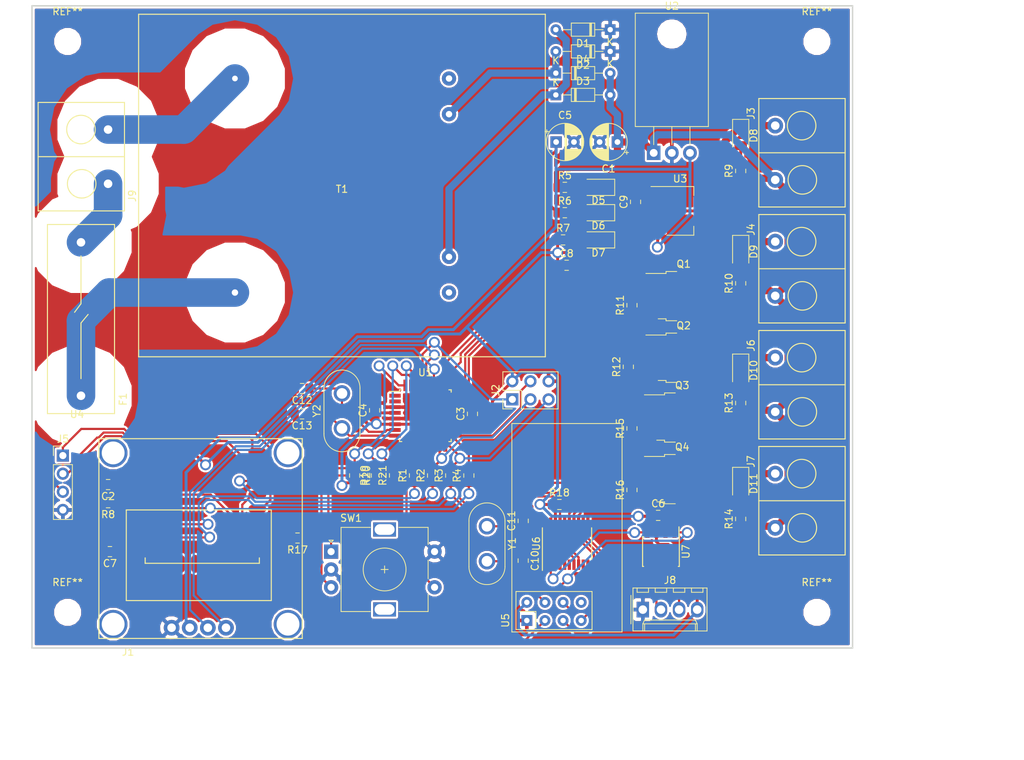
<source format=kicad_pcb>
(kicad_pcb (version 20171130) (host pcbnew 5.0.2-bee76a0~70~ubuntu18.04.1)
  (layers (0 F.Cu signal) (31 B.Cu signal) (34 B.Paste user) (35 F.Paste user) (36 B.SilkS user) (37 F.SilkS user) (38 B.Mask user) (39 F.Mask user) (44 Edge.Cuts user))
  (net 0 "")
  (net 1 GND)
  (net 2 +12V)
  (net 3 +3V3)
  (net 4 +5V)
  (net 5 "Net-(C10-Pad1)")
  (net 6 "Net-(C11-Pad1)")
  (net 7 "Net-(C12-Pad1)")
  (net 8 "Net-(C13-Pad1)")
  (net 9 "Net-(D1-Pad2)")
  (net 10 "Net-(D2-Pad2)")
  (net 11 "Net-(D5-Pad2)")
  (net 12 "Net-(D6-Pad2)")
  (net 13 "Net-(D7-Pad2)")
  (net 14 "Net-(D8-Pad1)")
  (net 15 "Net-(D8-Pad2)")
  (net 16 "Net-(D9-Pad1)")
  (net 17 "Net-(D9-Pad2)")
  (net 18 "Net-(D10-Pad2)")
  (net 19 "Net-(D10-Pad1)")
  (net 20 "Net-(D11-Pad2)")
  (net 21 "Net-(D11-Pad1)")
  (net 22 "Net-(F1-Pad1)")
  (net 23 "Net-(F1-Pad2)")
  (net 24 SDA)
  (net 25 SCL)
  (net 26 "Net-(J2-Pad1)")
  (net 27 "Net-(J2-Pad3)")
  (net 28 "Net-(J2-Pad4)")
  (net 29 "Net-(J2-Pad5)")
  (net 30 "Net-(J5-Pad1)")
  (net 31 "Net-(J5-Pad2)")
  (net 32 "Net-(J5-Pad3)")
  (net 33 "Net-(J8-Pad2)")
  (net 34 "Net-(J8-Pad3)")
  (net 35 "Net-(J9-Pad2)")
  (net 36 A1)
  (net 37 A2)
  (net 38 A3)
  (net 39 A4)
  (net 40 "Net-(R1-Pad2)")
  (net 41 /SS_AVR)
  (net 42 /MOSI)
  (net 43 /MISO)
  (net 44 /SCK)
  (net 45 "Net-(R8-Pad1)")
  (net 46 "Net-(R17-Pad2)")
  (net 47 "Net-(R18-Pad2)")
  (net 48 EA)
  (net 49 EB)
  (net 50 ES)
  (net 51 /CE_NRF)
  (net 52 /SS_CAN)
  (net 53 /SS_NRF)
  (net 54 "Net-(U6-Pad1)")
  (net 55 "Net-(U6-Pad2)")
  (module Package_QFP:TQFP-32_7x7mm_P0.8mm (layer F.Cu) (at 135.128 107.442)
    (fp_text reference U1 (at 0 -6.05) (layer F.SilkS))
    (fp_text value ATmega8-16AU)
    (pad 1 smd rect (at -4.25 -2.8) (size 1.6 0.55) (layers F.Cu F.Paste F.Mask))
    (pad 2 smd rect (at -4.25 -2) (size 1.6 0.55) (layers F.Cu F.Paste F.Mask))
    (pad 3 smd rect (at -4.25 -1.2) (size 1.6 0.55) (layers F.Cu F.Paste F.Mask) (net 1 GND))
    (pad 4 smd rect (at -4.25 -0.4) (size 1.6 0.55) (layers F.Cu F.Paste F.Mask) (net 3 +3V3))
    (pad 5 smd rect (at -4.25 0.4) (size 1.6 0.55) (layers F.Cu F.Paste F.Mask) (net 1 GND))
    (pad 6 smd rect (at -4.25 1.2) (size 1.6 0.55) (layers F.Cu F.Paste F.Mask) (net 3 +3V3))
    (pad 7 smd rect (at -4.25 2) (size 1.6 0.55) (layers F.Cu F.Paste F.Mask) (net 7 "Net-(C12-Pad1)"))
    (pad 8 smd rect (at -4.25 2.8) (size 1.6 0.55) (layers F.Cu F.Paste F.Mask) (net 8 "Net-(C13-Pad1)"))
    (pad 9 smd rect (at -2.8 4.25 90) (size 1.6 0.55) (layers F.Cu F.Paste F.Mask))
    (pad 10 smd rect (at -2 4.25 90) (size 1.6 0.55) (layers F.Cu F.Paste F.Mask))
    (pad 11 smd rect (at -1.2 4.25 90) (size 1.6 0.55) (layers F.Cu F.Paste F.Mask))
    (pad 12 smd rect (at -0.4 4.25 90) (size 1.6 0.55) (layers F.Cu F.Paste F.Mask))
    (pad 13 smd rect (at 0.4 4.25 90) (size 1.6 0.55) (layers F.Cu F.Paste F.Mask))
    (pad 14 smd rect (at 1.2 4.25 90) (size 1.6 0.55) (layers F.Cu F.Paste F.Mask) (net 40 "Net-(R1-Pad2)"))
    (pad 15 smd rect (at 2 4.25 90) (size 1.6 0.55) (layers F.Cu F.Paste F.Mask) (net 27 "Net-(J2-Pad3)"))
    (pad 16 smd rect (at 2.8 4.25 90) (size 1.6 0.55) (layers F.Cu F.Paste F.Mask) (net 29 "Net-(J2-Pad5)"))
    (pad 17 smd rect (at 4.25 2.8) (size 1.6 0.55) (layers F.Cu F.Paste F.Mask) (net 28 "Net-(J2-Pad4)"))
    (pad 18 smd rect (at 4.25 2) (size 1.6 0.55) (layers F.Cu F.Paste F.Mask) (net 3 +3V3))
    (pad 19 smd rect (at 4.25 1.2) (size 1.6 0.55) (layers F.Cu F.Paste F.Mask))
    (pad 20 smd rect (at 4.25 0.4) (size 1.6 0.55) (layers F.Cu F.Paste F.Mask))
    (pad 21 smd rect (at 4.25 -0.4) (size 1.6 0.55) (layers F.Cu F.Paste F.Mask) (net 1 GND))
    (pad 22 smd rect (at 4.25 -1.2) (size 1.6 0.55) (layers F.Cu F.Paste F.Mask))
    (pad 23 smd rect (at 4.25 -2) (size 1.6 0.55) (layers F.Cu F.Paste F.Mask) (net 39 A4))
    (pad 24 smd rect (at 4.25 -2.8) (size 1.6 0.55) (layers F.Cu F.Paste F.Mask) (net 38 A3))
    (pad 25 smd rect (at 2.8 -4.25 90) (size 1.6 0.55) (layers F.Cu F.Paste F.Mask) (net 37 A2))
    (pad 26 smd rect (at 2 -4.25 90) (size 1.6 0.55) (layers F.Cu F.Paste F.Mask) (net 36 A1))
    (pad 27 smd rect (at 1.2 -4.25 90) (size 1.6 0.55) (layers F.Cu F.Paste F.Mask) (net 24 SDA))
    (pad 28 smd rect (at 0.4 -4.25 90) (size 1.6 0.55) (layers F.Cu F.Paste F.Mask) (net 25 SCL))
    (pad 29 smd rect (at -0.4 -4.25 90) (size 1.6 0.55) (layers F.Cu F.Paste F.Mask) (net 26 "Net-(J2-Pad1)"))
    (pad 30 smd rect (at -1.2 -4.25 90) (size 1.6 0.55) (layers F.Cu F.Paste F.Mask) (net 50 ES))
    (pad 31 smd rect (at -2 -4.25 90) (size 1.6 0.55) (layers F.Cu F.Paste F.Mask) (net 48 EA))
    (pad 32 smd rect (at -2.8 -4.25 90) (size 1.6 0.55) (layers F.Cu F.Paste F.Mask) (net 49 EB))
  )
  (module custom:ESP-12E (layer F.Cu) (at 96.88 112.508)
    (fp_text reference U4 (at -10.56 -5.26) (layer F.SilkS))
    (fp_text value ESP-12)
    (pad 22 smd oval (at 11.99 15 90) (size 2.5 1.1) (drill (offset -0.7 0)) (layers F.Cu F.Paste F.Mask))
    (pad 21 smd oval (at 9.99 15 90) (size 2.5 1.1) (drill (offset -0.7 0)) (layers F.Cu F.Paste F.Mask))
    (pad 20 smd oval (at 7.99 15 90) (size 2.5 1.1) (drill (offset -0.7 0)) (layers F.Cu F.Paste F.Mask))
    (pad 19 smd oval (at 5.99 15 90) (size 2.5 1.1) (drill (offset -0.7 0)) (layers F.Cu F.Paste F.Mask))
    (pad 18 smd oval (at 3.99 15 90) (size 2.5 1.1) (drill (offset -0.7 0)) (layers F.Cu F.Paste F.Mask))
    (pad 17 smd oval (at 1.99 15 90) (size 2.5 1.1) (drill (offset -0.7 0)) (layers F.Cu F.Paste F.Mask))
    (pad 16 smd oval (at 14 0) (size 2.5 1.1) (drill (offset 0.7 0)) (layers F.Cu F.Paste F.Mask) (net 32 "Net-(J5-Pad3)"))
    (pad 15 smd oval (at 14 2) (size 2.5 1.1) (drill (offset 0.7 0)) (layers F.Cu F.Paste F.Mask) (net 31 "Net-(J5-Pad2)"))
    (pad 14 smd oval (at 14 4) (size 2.5 1.1) (drill (offset 0.7 0)) (layers F.Cu F.Paste F.Mask) (net 41 /SS_AVR))
    (pad 13 smd oval (at 14 6) (size 2.5 1.1) (drill (offset 0.7 0)) (layers F.Cu F.Paste F.Mask) (net 53 /SS_NRF))
    (pad 12 smd oval (at 14 8) (size 2.5 1.1) (drill (offset 0.7 0)) (layers F.Cu F.Paste F.Mask) (net 30 "Net-(J5-Pad1)"))
    (pad 11 smd oval (at 14 10) (size 2.5 1.1) (drill (offset 0.7 0)) (layers F.Cu F.Paste F.Mask) (net 52 /SS_CAN))
    (pad 10 smd oval (at 14 12) (size 2.5 1.1) (drill (offset 0.6 0)) (layers F.Cu F.Paste F.Mask) (net 46 "Net-(R17-Pad2)"))
    (pad 9 smd oval (at 14 14) (size 2.5 1.1) (drill (offset 0.7 0)) (layers F.Cu F.Paste F.Mask) (net 1 GND))
    (pad 8 smd oval (at 0 14) (size 2.5 1.1) (drill (offset -0.7 0)) (layers F.Cu F.Paste F.Mask) (net 3 +3V3))
    (pad 7 smd oval (at 0 12) (size 2.5 1.1) (drill (offset -0.7 0)) (layers F.Cu F.Paste F.Mask) (net 42 /MOSI))
    (pad 6 smd oval (at 0 10) (size 2.5 1.1) (drill (offset -0.7 0)) (layers F.Cu F.Paste F.Mask) (net 43 /MISO))
    (pad 5 smd oval (at 0 8) (size 2.5 1.1) (drill (offset -0.7 0)) (layers F.Cu F.Paste F.Mask) (net 44 /SCK))
    (pad 4 smd oval (at 0 6) (size 2.5 1.1) (drill (offset -0.7 0)) (layers F.Cu F.Paste F.Mask) (net 51 /CE_NRF))
    (pad 3 smd oval (at 0 4) (size 2.5 1.1) (drill (offset -0.7 0)) (layers F.Cu F.Paste F.Mask) (net 45 "Net-(R8-Pad1)"))
    (pad 2 smd oval (at 0 2) (size 2.5 1.1) (drill (offset -0.7 0)) (layers F.Cu F.Paste F.Mask))
    (pad 1 smd rect (at 0 0) (size 2.5 1.1) (drill (offset -0.7 0)) (layers F.Cu F.Paste F.Mask) (net 3 +3V3))
  )
  (module custom:PrintTrafo_16VA (layer F.Cu) (at 123.444 75.184)
    (fp_text reference T1 (at 0 0.5) (layer F.SilkS))
    (fp_text value Transformer_1P_1S)
    (pad 5 thru_hole circle (at 15 -15) (size 2 2) (drill 0.9) (layers *.Cu *.Mask))
    (pad 4 thru_hole circle (at 15 -10) (size 2 2) (drill 0.9) (layers *.Cu *.Mask) (net 10 "Net-(D2-Pad2)"))
    (pad 3 thru_hole circle (at 15 10) (size 2 2) (drill 0.9) (layers *.Cu *.Mask) (net 9 "Net-(D1-Pad2)"))
    (pad 6 thru_hole circle (at 15 15) (size 2 2) (drill 0.9) (layers *.Cu *.Mask))
    (pad 1 thru_hole circle (at -15 15) (size 2 2) (drill 0.9) (layers *.Cu *.Mask) (net 22 "Net-(F1-Pad1)"))
    (pad 2 thru_hole circle (at -15 -15) (size 2 2) (drill 0.8) (layers *.Cu *.Mask) (net 35 "Net-(J9-Pad2)"))
  )
  (module Capacitor_THT:CP_Radial_D5.0mm_P2.50mm (layer F.Cu) (at 162.052 69.088 180)
    (fp_text reference C1 (at 1.25 -3.75 180) (layer F.SilkS))
    (fp_text value 47u)
    (pad 2 thru_hole circle (at 2.5 0 180) (size 1.6 1.6) (drill 0.8) (layers *.Cu *.Mask) (net 1 GND))
    (pad 1 thru_hole rect (at 0 0 180) (size 1.6 1.6) (drill 0.8) (layers *.Cu *.Mask) (net 2 +12V))
  )
  (module Capacitor_SMD:C_0805_2012Metric_Pad1.15x1.40mm_HandSolder (layer F.Cu) (at 90.669 117.094 180)
    (fp_text reference C2 (at 0 -1.65 180) (layer F.SilkS))
    (fp_text value 100n)
    (pad 1 smd roundrect (at -1.025 0 180) (size 1.15 1.4) (layers F.Cu F.Paste F.Mask) (roundrect_rratio 0.217391) (net 3 +3V3))
    (pad 2 smd roundrect (at 1.025 0 180) (size 1.15 1.4) (layers F.Cu F.Paste F.Mask) (roundrect_rratio 0.217391) (net 1 GND))
  )
  (module Capacitor_SMD:C_0805_2012Metric_Pad1.15x1.40mm_HandSolder (layer F.Cu) (at 141.732 107.188 90)
    (fp_text reference C3 (at 0 -1.65 90) (layer F.SilkS))
    (fp_text value 100n)
    (pad 1 smd roundrect (at -1.025 0 90) (size 1.15 1.4) (layers F.Cu F.Paste F.Mask) (roundrect_rratio 0.217391) (net 3 +3V3))
    (pad 2 smd roundrect (at 1.025 0 90) (size 1.15 1.4) (layers F.Cu F.Paste F.Mask) (roundrect_rratio 0.217391) (net 1 GND))
  )
  (module Capacitor_SMD:C_0805_2012Metric_Pad1.15x1.40mm_HandSolder (layer F.Cu) (at 128.016 106.689 90)
    (fp_text reference C4 (at 0 -1.65 90) (layer F.SilkS))
    (fp_text value 100n)
    (pad 2 smd roundrect (at 1.025 0 90) (size 1.15 1.4) (layers F.Cu F.Paste F.Mask) (roundrect_rratio 0.217391) (net 1 GND))
    (pad 1 smd roundrect (at -1.025 0 90) (size 1.15 1.4) (layers F.Cu F.Paste F.Mask) (roundrect_rratio 0.217391) (net 3 +3V3))
  )
  (module Capacitor_THT:CP_Radial_D5.0mm_P2.50mm (layer F.Cu) (at 153.456 69.088)
    (fp_text reference C5 (at 1.25 -3.75) (layer F.SilkS))
    (fp_text value 47u)
    (pad 1 thru_hole rect (at 0 0) (size 1.6 1.6) (drill 0.8) (layers *.Cu *.Mask) (net 4 +5V))
    (pad 2 thru_hole circle (at 2.5 0) (size 1.6 1.6) (drill 0.8) (layers *.Cu *.Mask) (net 1 GND))
  )
  (module Capacitor_SMD:C_0805_2012Metric_Pad1.15x1.40mm_HandSolder (layer F.Cu) (at 167.758 121.412)
    (fp_text reference C6 (at 0 -1.65) (layer F.SilkS))
    (fp_text value 100n)
    (pad 1 smd roundrect (at -1.025 0) (size 1.15 1.4) (layers F.Cu F.Paste F.Mask) (roundrect_rratio 0.217391) (net 3 +3V3))
    (pad 2 smd roundrect (at 1.025 0) (size 1.15 1.4) (layers F.Cu F.Paste F.Mask) (roundrect_rratio 0.217391) (net 1 GND))
  )
  (module Capacitor_SMD:C_0805_2012Metric_Pad1.15x1.40mm_HandSolder (layer F.Cu) (at 90.923 126.492 180)
    (fp_text reference C7 (at 0 -1.65 180) (layer F.SilkS))
    (fp_text value 100n)
    (pad 1 smd roundrect (at -1.025 0 180) (size 1.15 1.4) (layers F.Cu F.Paste F.Mask) (roundrect_rratio 0.217391) (net 3 +3V3))
    (pad 2 smd roundrect (at 1.025 0 180) (size 1.15 1.4) (layers F.Cu F.Paste F.Mask) (roundrect_rratio 0.217391) (net 1 GND))
  )
  (module Capacitor_SMD:C_0805_2012Metric_Pad1.15x1.40mm_HandSolder (layer F.Cu) (at 154.931 86.36)
    (fp_text reference C8 (at 0 -1.65) (layer F.SilkS))
    (fp_text value 100n)
    (pad 2 smd roundrect (at 1.025 0) (size 1.15 1.4) (layers F.Cu F.Paste F.Mask) (roundrect_rratio 0.217391) (net 1 GND))
    (pad 1 smd roundrect (at -1.025 0) (size 1.15 1.4) (layers F.Cu F.Paste F.Mask) (roundrect_rratio 0.217391) (net 3 +3V3))
  )
  (module Capacitor_SMD:C_0805_2012Metric_Pad1.15x1.40mm_HandSolder (layer F.Cu) (at 164.592 77.479 90)
    (fp_text reference C9 (at 0 -1.65 90) (layer F.SilkS))
    (fp_text value 100n)
    (pad 2 smd roundrect (at 1.025 0 90) (size 1.15 1.4) (layers F.Cu F.Paste F.Mask) (roundrect_rratio 0.217391) (net 1 GND))
    (pad 1 smd roundrect (at -1.025 0 90) (size 1.15 1.4) (layers F.Cu F.Paste F.Mask) (roundrect_rratio 0.217391) (net 3 +3V3))
  )
  (module Capacitor_SMD:C_0805_2012Metric_Pad1.15x1.40mm_HandSolder (layer F.Cu) (at 148.844 127.753 270)
    (fp_text reference C10 (at 0 -1.65 270) (layer F.SilkS))
    (fp_text value 22p)
    (pad 1 smd roundrect (at -1.025 0 270) (size 1.15 1.4) (layers F.Cu F.Paste F.Mask) (roundrect_rratio 0.217391) (net 5 "Net-(C10-Pad1)"))
    (pad 2 smd roundrect (at 1.025 0 270) (size 1.15 1.4) (layers F.Cu F.Paste F.Mask) (roundrect_rratio 0.217391) (net 1 GND))
  )
  (module Capacitor_SMD:C_0805_2012Metric_Pad1.15x1.40mm_HandSolder (layer F.Cu) (at 148.844 122.183 90)
    (fp_text reference C11 (at 0 -1.65 90) (layer F.SilkS))
    (fp_text value 22p)
    (pad 1 smd roundrect (at -1.025 0 90) (size 1.15 1.4) (layers F.Cu F.Paste F.Mask) (roundrect_rratio 0.217391) (net 6 "Net-(C11-Pad1)"))
    (pad 2 smd roundrect (at 1.025 0 90) (size 1.15 1.4) (layers F.Cu F.Paste F.Mask) (roundrect_rratio 0.217391) (net 1 GND))
  )
  (module Capacitor_SMD:C_0805_2012Metric_Pad1.15x1.40mm_HandSolder (layer F.Cu) (at 117.856 103.632 180)
    (fp_text reference C12 (at 0 -1.65 180) (layer F.SilkS))
    (fp_text value 22p)
    (pad 2 smd roundrect (at 1.025 0 180) (size 1.15 1.4) (layers F.Cu F.Paste F.Mask) (roundrect_rratio 0.217391) (net 1 GND))
    (pad 1 smd roundrect (at -1.025 0 180) (size 1.15 1.4) (layers F.Cu F.Paste F.Mask) (roundrect_rratio 0.217391) (net 7 "Net-(C12-Pad1)"))
  )
  (module Capacitor_SMD:C_0805_2012Metric_Pad1.15x1.40mm_HandSolder (layer F.Cu) (at 117.847 107.188 180)
    (fp_text reference C13 (at 0 -1.65 180) (layer F.SilkS))
    (fp_text value 22p)
    (pad 2 smd roundrect (at 1.025 0 180) (size 1.15 1.4) (layers F.Cu F.Paste F.Mask) (roundrect_rratio 0.217391) (net 1 GND))
    (pad 1 smd roundrect (at -1.025 0 180) (size 1.15 1.4) (layers F.Cu F.Paste F.Mask) (roundrect_rratio 0.217391) (net 8 "Net-(C13-Pad1)"))
  )
  (module Diode_THT:D_DO-34_SOD68_P7.62mm_Horizontal (layer F.Cu) (at 161.036 53.34 180)
    (fp_text reference D1 (at 3.81 -1.92 180) (layer F.SilkS))
    (fp_text value DIODE)
    (fp_text user K (at 0 -1.75 180) (layer F.SilkS))
    (pad 2 thru_hole oval (at 7.62 0 180) (size 1.5 1.5) (drill 0.75) (layers *.Cu *.Mask) (net 9 "Net-(D1-Pad2)"))
    (pad 1 thru_hole rect (at 0 0 180) (size 1.5 1.5) (drill 0.75) (layers *.Cu *.Mask) (net 1 GND))
  )
  (module Diode_THT:D_DO-34_SOD68_P7.62mm_Horizontal (layer F.Cu) (at 161.036 56.388 180)
    (fp_text reference D2 (at 3.81 -1.92 180) (layer F.SilkS))
    (fp_text value DIODE)
    (fp_text user K (at 0 -1.75 180) (layer F.SilkS))
    (pad 1 thru_hole rect (at 0 0 180) (size 1.5 1.5) (drill 0.75) (layers *.Cu *.Mask) (net 1 GND))
    (pad 2 thru_hole oval (at 7.62 0 180) (size 1.5 1.5) (drill 0.75) (layers *.Cu *.Mask) (net 10 "Net-(D2-Pad2)"))
  )
  (module Diode_THT:D_DO-34_SOD68_P7.62mm_Horizontal (layer F.Cu) (at 153.416 62.484)
    (fp_text reference D3 (at 3.81 -1.92) (layer F.SilkS))
    (fp_text value DIODE)
    (fp_text user K (at 0 -1.75) (layer F.SilkS))
    (pad 2 thru_hole oval (at 7.62 0) (size 1.5 1.5) (drill 0.75) (layers *.Cu *.Mask) (net 2 +12V))
    (pad 1 thru_hole rect (at 0 0) (size 1.5 1.5) (drill 0.75) (layers *.Cu *.Mask) (net 9 "Net-(D1-Pad2)"))
  )
  (module Diode_THT:D_DO-34_SOD68_P7.62mm_Horizontal (layer F.Cu) (at 153.416 59.436)
    (fp_text reference D4 (at 3.81 -1.92) (layer F.SilkS))
    (fp_text value DIODE)
    (fp_text user K (at 0 -1.75) (layer F.SilkS))
    (pad 1 thru_hole rect (at 0 0) (size 1.5 1.5) (drill 0.75) (layers *.Cu *.Mask) (net 10 "Net-(D2-Pad2)"))
    (pad 2 thru_hole oval (at 7.62 0) (size 1.5 1.5) (drill 0.75) (layers *.Cu *.Mask) (net 2 +12V))
  )
  (module LED_SMD:LED_1206_3216Metric (layer F.Cu) (at 159.382 75.438 180)
    (fp_text reference D5 (at 0 -1.82 180) (layer F.SilkS))
    (fp_text value LED)
    (pad 2 smd roundrect (at 1.4 0 180) (size 1.25 1.75) (layers F.Cu F.Paste F.Mask) (roundrect_rratio 0.2) (net 11 "Net-(D5-Pad2)"))
    (pad 1 smd roundrect (at -1.4 0 180) (size 1.25 1.75) (layers F.Cu F.Paste F.Mask) (roundrect_rratio 0.2) (net 1 GND))
  )
  (module LED_SMD:LED_1206_3216Metric (layer F.Cu) (at 159.382 78.994 180)
    (fp_text reference D6 (at 0 -1.82 180) (layer F.SilkS))
    (fp_text value LED)
    (pad 1 smd roundrect (at -1.4 0 180) (size 1.25 1.75) (layers F.Cu F.Paste F.Mask) (roundrect_rratio 0.2) (net 1 GND))
    (pad 2 smd roundrect (at 1.4 0 180) (size 1.25 1.75) (layers F.Cu F.Paste F.Mask) (roundrect_rratio 0.2) (net 12 "Net-(D6-Pad2)"))
  )
  (module LED_SMD:LED_1206_3216Metric (layer F.Cu) (at 159.382 82.804 180)
    (fp_text reference D7 (at 0 -1.82 180) (layer F.SilkS))
    (fp_text value LED)
    (pad 1 smd roundrect (at -1.4 0 180) (size 1.25 1.75) (layers F.Cu F.Paste F.Mask) (roundrect_rratio 0.2) (net 1 GND))
    (pad 2 smd roundrect (at 1.4 0 180) (size 1.25 1.75) (layers F.Cu F.Paste F.Mask) (roundrect_rratio 0.2) (net 13 "Net-(D7-Pad2)"))
  )
  (module LED_SMD:LED_1206_3216Metric (layer F.Cu) (at 179.324 68.196 270)
    (fp_text reference D8 (at 0 -1.82 270) (layer F.SilkS))
    (fp_text value LED)
    (pad 1 smd roundrect (at -1.4 0 270) (size 1.25 1.75) (layers F.Cu F.Paste F.Mask) (roundrect_rratio 0.2) (net 14 "Net-(D8-Pad1)"))
    (pad 2 smd roundrect (at 1.4 0 270) (size 1.25 1.75) (layers F.Cu F.Paste F.Mask) (roundrect_rratio 0.2) (net 15 "Net-(D8-Pad2)"))
  )
  (module LED_SMD:LED_1206_3216Metric (layer F.Cu) (at 179.324 84.452 270)
    (fp_text reference D9 (at 0 -1.82 270) (layer F.SilkS))
    (fp_text value LED)
    (pad 1 smd roundrect (at -1.4 0 270) (size 1.25 1.75) (layers F.Cu F.Paste F.Mask) (roundrect_rratio 0.2) (net 16 "Net-(D9-Pad1)"))
    (pad 2 smd roundrect (at 1.4 0 270) (size 1.25 1.75) (layers F.Cu F.Paste F.Mask) (roundrect_rratio 0.2) (net 17 "Net-(D9-Pad2)"))
  )
  (module LED_SMD:LED_1206_3216Metric (layer F.Cu) (at 179.324 101.092 270)
    (fp_text reference D10 (at 0 -1.82 270) (layer F.SilkS))
    (fp_text value LED)
    (pad 2 smd roundrect (at 1.4 0 270) (size 1.25 1.75) (layers F.Cu F.Paste F.Mask) (roundrect_rratio 0.2) (net 18 "Net-(D10-Pad2)"))
    (pad 1 smd roundrect (at -1.4 0 270) (size 1.25 1.75) (layers F.Cu F.Paste F.Mask) (roundrect_rratio 0.2) (net 19 "Net-(D10-Pad1)"))
  )
  (module LED_SMD:LED_1206_3216Metric (layer F.Cu) (at 179.324 116.964 270)
    (fp_text reference D11 (at 0 -1.82 270) (layer F.SilkS))
    (fp_text value LED)
    (pad 2 smd roundrect (at 1.4 0 270) (size 1.25 1.75) (layers F.Cu F.Paste F.Mask) (roundrect_rratio 0.2) (net 20 "Net-(D11-Pad2)"))
    (pad 1 smd roundrect (at -1.4 0 270) (size 1.25 1.75) (layers F.Cu F.Paste F.Mask) (roundrect_rratio 0.2) (net 21 "Net-(D11-Pad1)"))
  )
  (module Connector_PinHeader_2.54mm:PinHeader_2x03_P2.54mm_Vertical (layer F.Cu) (at 147.32 105.156 90)
    (fp_text reference J2 (at 1.27 -2.33 90) (layer F.SilkS))
    (fp_text value AVR-ISP-6)
    (pad 1 thru_hole rect (at 0 0 90) (size 1.7 1.7) (drill 1) (layers *.Cu *.Mask) (net 26 "Net-(J2-Pad1)"))
    (pad 2 thru_hole oval (at 2.54 0 90) (size 1.7 1.7) (drill 1) (layers *.Cu *.Mask) (net 3 +3V3))
    (pad 3 thru_hole oval (at 0 2.54 90) (size 1.7 1.7) (drill 1) (layers *.Cu *.Mask) (net 27 "Net-(J2-Pad3)"))
    (pad 4 thru_hole oval (at 2.54 2.54 90) (size 1.7 1.7) (drill 1) (layers *.Cu *.Mask) (net 28 "Net-(J2-Pad4)"))
    (pad 5 thru_hole oval (at 0 5.08 90) (size 1.7 1.7) (drill 1) (layers *.Cu *.Mask) (net 29 "Net-(J2-Pad5)"))
    (pad 6 thru_hole oval (at 2.54 5.08 90) (size 1.7 1.7) (drill 1) (layers *.Cu *.Mask) (net 1 GND))
  )
  (module Connector_PinHeader_2.54mm:PinHeader_1x04_P2.54mm_Vertical (layer F.Cu) (at 84.328 113.03)
    (fp_text reference J5 (at 0 -2.33) (layer F.SilkS))
    (fp_text value esp_serial)
    (pad 1 thru_hole rect (at 0 0) (size 1.7 1.7) (drill 1) (layers *.Cu *.Mask) (net 30 "Net-(J5-Pad1)"))
    (pad 2 thru_hole oval (at 0 2.54) (size 1.7 1.7) (drill 1) (layers *.Cu *.Mask) (net 31 "Net-(J5-Pad2)"))
    (pad 3 thru_hole oval (at 0 5.08) (size 1.7 1.7) (drill 1) (layers *.Cu *.Mask) (net 32 "Net-(J5-Pad3)"))
    (pad 4 thru_hole oval (at 0 7.62) (size 1.7 1.7) (drill 1) (layers *.Cu *.Mask) (net 1 GND))
  )
  (module Connector_Molex:Molex_KK-254_AE-6410-04A_1x04_P2.54mm_Vertical (layer F.Cu) (at 165.608 134.62)
    (fp_text reference J8 (at 3.81 -4.12) (layer F.SilkS))
    (fp_text value CAN)
    (pad 1 thru_hole rect (at 0 0) (size 1.74 2.2) (drill 1.2) (layers *.Cu *.Mask) (net 1 GND))
    (pad 2 thru_hole oval (at 2.54 0) (size 1.74 2.2) (drill 1.2) (layers *.Cu *.Mask) (net 33 "Net-(J8-Pad2)"))
    (pad 3 thru_hole oval (at 5.08 0) (size 1.74 2.2) (drill 1.2) (layers *.Cu *.Mask) (net 34 "Net-(J8-Pad3)"))
    (pad 4 thru_hole oval (at 7.62 0) (size 1.74 2.2) (drill 1.2) (layers *.Cu *.Mask) (net 3 +3V3))
  )
  (module Package_TO_SOT_SMD:TO-252-3_TabPin2 (layer F.Cu) (at 171.332 90.684)
    (fp_text reference Q1 (at 0 -4.5) (layer F.SilkS))
    (fp_text value IRFR1205)
    (pad 1 smd rect (at -4.2 -2.28) (size 2.2 1.2) (layers F.Cu F.Paste F.Mask) (net 36 A1))
    (pad 2 smd rect (at -4.2 0) (size 2.2 1.2) (layers F.Cu F.Paste F.Mask) (net 14 "Net-(D8-Pad1)"))
    (pad 3 smd rect (at -4.2 2.28) (size 2.2 1.2) (layers F.Cu F.Paste F.Mask) (net 1 GND))
    (pad 2 smd rect (at 2.1 0) (size 6.4 5.8) (layers F.Cu F.Mask) (net 14 "Net-(D8-Pad1)"))
  )
  (module Package_TO_SOT_SMD:TO-252-3_TabPin2 (layer F.Cu) (at 171.332 99.32)
    (fp_text reference Q2 (at 0 -4.5) (layer F.SilkS))
    (fp_text value IRFR1205)
    (pad 2 smd rect (at 2.1 0) (size 6.4 5.8) (layers F.Cu F.Mask) (net 16 "Net-(D9-Pad1)"))
    (pad 3 smd rect (at -4.2 2.28) (size 2.2 1.2) (layers F.Cu F.Paste F.Mask) (net 1 GND))
    (pad 2 smd rect (at -4.2 0) (size 2.2 1.2) (layers F.Cu F.Paste F.Mask) (net 16 "Net-(D9-Pad1)"))
    (pad 1 smd rect (at -4.2 -2.28) (size 2.2 1.2) (layers F.Cu F.Paste F.Mask) (net 37 A2))
  )
  (module Package_TO_SOT_SMD:TO-252-3_TabPin2 (layer F.Cu) (at 171.128 107.696)
    (fp_text reference Q3 (at 0 -4.5) (layer F.SilkS))
    (fp_text value IRFR1205)
    (pad 1 smd rect (at -4.2 -2.28) (size 2.2 1.2) (layers F.Cu F.Paste F.Mask) (net 38 A3))
    (pad 2 smd rect (at -4.2 0) (size 2.2 1.2) (layers F.Cu F.Paste F.Mask) (net 19 "Net-(D10-Pad1)"))
    (pad 3 smd rect (at -4.2 2.28) (size 2.2 1.2) (layers F.Cu F.Paste F.Mask) (net 1 GND))
    (pad 2 smd rect (at 2.1 0) (size 6.4 5.8) (layers F.Cu F.Mask) (net 19 "Net-(D10-Pad1)"))
  )
  (module Package_TO_SOT_SMD:TO-252-3_TabPin2 (layer F.Cu) (at 171.128 116.332)
    (fp_text reference Q4 (at 0 -4.5) (layer F.SilkS))
    (fp_text value IRFR1205)
    (pad 2 smd rect (at 2.1 0) (size 6.4 5.8) (layers F.Cu F.Mask) (net 21 "Net-(D11-Pad1)"))
    (pad 3 smd rect (at -4.2 2.28) (size 2.2 1.2) (layers F.Cu F.Paste F.Mask) (net 1 GND))
    (pad 2 smd rect (at -4.2 0) (size 2.2 1.2) (layers F.Cu F.Paste F.Mask) (net 21 "Net-(D11-Pad1)"))
    (pad 1 smd rect (at -4.2 -2.28) (size 2.2 1.2) (layers F.Cu F.Paste F.Mask) (net 39 A4))
  )
  (module Resistor_SMD:R_0805_2012Metric_Pad1.15x1.40mm_HandSolder (layer F.Cu) (at 133.604 115.824 90)
    (fp_text reference R1 (at 0 -1.65 90) (layer F.SilkS))
    (fp_text value 1k)
    (pad 2 smd roundrect (at 1.025 0 90) (size 1.15 1.4) (layers F.Cu F.Paste F.Mask) (roundrect_rratio 0.217391) (net 40 "Net-(R1-Pad2)"))
    (pad 1 smd roundrect (at -1.025 0 90) (size 1.15 1.4) (layers F.Cu F.Paste F.Mask) (roundrect_rratio 0.217391) (net 41 /SS_AVR))
  )
  (module Resistor_SMD:R_0805_2012Metric_Pad1.15x1.40mm_HandSolder (layer F.Cu) (at 136.144 115.824 90)
    (fp_text reference R2 (at 0 -1.65 90) (layer F.SilkS))
    (fp_text value 1k)
    (pad 1 smd roundrect (at -1.025 0 90) (size 1.15 1.4) (layers F.Cu F.Paste F.Mask) (roundrect_rratio 0.217391) (net 42 /MOSI))
    (pad 2 smd roundrect (at 1.025 0 90) (size 1.15 1.4) (layers F.Cu F.Paste F.Mask) (roundrect_rratio 0.217391) (net 27 "Net-(J2-Pad3)"))
  )
  (module Resistor_SMD:R_0805_2012Metric_Pad1.15x1.40mm_HandSolder (layer F.Cu) (at 138.684 115.824 90)
    (fp_text reference R3 (at 0 -1.65 90) (layer F.SilkS))
    (fp_text value 1k)
    (pad 2 smd roundrect (at 1.025 0 90) (size 1.15 1.4) (layers F.Cu F.Paste F.Mask) (roundrect_rratio 0.217391) (net 29 "Net-(J2-Pad5)"))
    (pad 1 smd roundrect (at -1.025 0 90) (size 1.15 1.4) (layers F.Cu F.Paste F.Mask) (roundrect_rratio 0.217391) (net 43 /MISO))
  )
  (module Resistor_SMD:R_0805_2012Metric_Pad1.15x1.40mm_HandSolder (layer F.Cu) (at 141.224 115.824 90)
    (fp_text reference R4 (at 0 -1.65 90) (layer F.SilkS))
    (fp_text value 1k)
    (pad 1 smd roundrect (at -1.025 0 90) (size 1.15 1.4) (layers F.Cu F.Paste F.Mask) (roundrect_rratio 0.217391) (net 44 /SCK))
    (pad 2 smd roundrect (at 1.025 0 90) (size 1.15 1.4) (layers F.Cu F.Paste F.Mask) (roundrect_rratio 0.217391) (net 28 "Net-(J2-Pad4)"))
  )
  (module Resistor_SMD:R_0805_2012Metric_Pad1.15x1.40mm_HandSolder (layer F.Cu) (at 154.677 75.438)
    (fp_text reference R5 (at 0 -1.65) (layer F.SilkS))
    (fp_text value 1k)
    (pad 2 smd roundrect (at 1.025 0) (size 1.15 1.4) (layers F.Cu F.Paste F.Mask) (roundrect_rratio 0.217391) (net 11 "Net-(D5-Pad2)"))
    (pad 1 smd roundrect (at -1.025 0) (size 1.15 1.4) (layers F.Cu F.Paste F.Mask) (roundrect_rratio 0.217391) (net 2 +12V))
  )
  (module Resistor_SMD:R_0805_2012Metric_Pad1.15x1.40mm_HandSolder (layer F.Cu) (at 154.677 78.994)
    (fp_text reference R6 (at 0 -1.65) (layer F.SilkS))
    (fp_text value 330)
    (pad 1 smd roundrect (at -1.025 0) (size 1.15 1.4) (layers F.Cu F.Paste F.Mask) (roundrect_rratio 0.217391) (net 4 +5V))
    (pad 2 smd roundrect (at 1.025 0) (size 1.15 1.4) (layers F.Cu F.Paste F.Mask) (roundrect_rratio 0.217391) (net 12 "Net-(D6-Pad2)"))
  )
  (module Resistor_SMD:R_0805_2012Metric_Pad1.15x1.40mm_HandSolder (layer F.Cu) (at 154.432 82.804)
    (fp_text reference R7 (at 0 -1.65) (layer F.SilkS))
    (fp_text value 330)
    (pad 1 smd roundrect (at -1.025 0) (size 1.15 1.4) (layers F.Cu F.Paste F.Mask) (roundrect_rratio 0.217391) (net 3 +3V3))
    (pad 2 smd roundrect (at 1.025 0) (size 1.15 1.4) (layers F.Cu F.Paste F.Mask) (roundrect_rratio 0.217391) (net 13 "Net-(D7-Pad2)"))
  )
  (module Resistor_SMD:R_0805_2012Metric_Pad1.15x1.40mm_HandSolder (layer F.Cu) (at 90.669 119.634 180)
    (fp_text reference R8 (at 0 -1.65 180) (layer F.SilkS))
    (fp_text value 1k)
    (pad 2 smd roundrect (at 1.025 0 180) (size 1.15 1.4) (layers F.Cu F.Paste F.Mask) (roundrect_rratio 0.217391) (net 3 +3V3))
    (pad 1 smd roundrect (at -1.025 0 180) (size 1.15 1.4) (layers F.Cu F.Paste F.Mask) (roundrect_rratio 0.217391) (net 45 "Net-(R8-Pad1)"))
  )
  (module Resistor_SMD:R_0805_2012Metric_Pad1.15x1.40mm_HandSolder (layer F.Cu) (at 179.324 73.143 90)
    (fp_text reference R9 (at 0 -1.65 90) (layer F.SilkS))
    (fp_text value 1k)
    (pad 2 smd roundrect (at 1.025 0 90) (size 1.15 1.4) (layers F.Cu F.Paste F.Mask) (roundrect_rratio 0.217391) (net 15 "Net-(D8-Pad2)"))
    (pad 1 smd roundrect (at -1.025 0 90) (size 1.15 1.4) (layers F.Cu F.Paste F.Mask) (roundrect_rratio 0.217391) (net 2 +12V))
  )
  (module Resistor_SMD:R_0805_2012Metric_Pad1.15x1.40mm_HandSolder (layer F.Cu) (at 179.324 88.891 90)
    (fp_text reference R10 (at 0 -1.65 90) (layer F.SilkS))
    (fp_text value 1k)
    (pad 1 smd roundrect (at -1.025 0 90) (size 1.15 1.4) (layers F.Cu F.Paste F.Mask) (roundrect_rratio 0.217391) (net 2 +12V))
    (pad 2 smd roundrect (at 1.025 0 90) (size 1.15 1.4) (layers F.Cu F.Paste F.Mask) (roundrect_rratio 0.217391) (net 17 "Net-(D9-Pad2)"))
  )
  (module Resistor_SMD:R_0805_2012Metric_Pad1.15x1.40mm_HandSolder (layer F.Cu) (at 164.084 91.957 90)
    (fp_text reference R11 (at 0 -1.65 90) (layer F.SilkS))
    (fp_text value 1k)
    (pad 1 smd roundrect (at -1.025 0 90) (size 1.15 1.4) (layers F.Cu F.Paste F.Mask) (roundrect_rratio 0.217391) (net 1 GND))
    (pad 2 smd roundrect (at 1.025 0 90) (size 1.15 1.4) (layers F.Cu F.Paste F.Mask) (roundrect_rratio 0.217391) (net 36 A1))
  )
  (module Resistor_SMD:R_0805_2012Metric_Pad1.15x1.40mm_HandSolder (layer F.Cu) (at 163.576 100.593 90)
    (fp_text reference R12 (at 0 -1.65 90) (layer F.SilkS))
    (fp_text value 1k)
    (pad 2 smd roundrect (at 1.025 0 90) (size 1.15 1.4) (layers F.Cu F.Paste F.Mask) (roundrect_rratio 0.217391) (net 37 A2))
    (pad 1 smd roundrect (at -1.025 0 90) (size 1.15 1.4) (layers F.Cu F.Paste F.Mask) (roundrect_rratio 0.217391) (net 1 GND))
  )
  (module Resistor_SMD:R_0805_2012Metric_Pad1.15x1.40mm_HandSolder (layer F.Cu) (at 179.324 105.664 90)
    (fp_text reference R13 (at 0 -1.65 90) (layer F.SilkS))
    (fp_text value 1k)
    (pad 1 smd roundrect (at -1.025 0 90) (size 1.15 1.4) (layers F.Cu F.Paste F.Mask) (roundrect_rratio 0.217391) (net 2 +12V))
    (pad 2 smd roundrect (at 1.025 0 90) (size 1.15 1.4) (layers F.Cu F.Paste F.Mask) (roundrect_rratio 0.217391) (net 18 "Net-(D10-Pad2)"))
  )
  (module Resistor_SMD:R_0805_2012Metric_Pad1.15x1.40mm_HandSolder (layer F.Cu) (at 179.324 121.911 90)
    (fp_text reference R14 (at 0 -1.65 90) (layer F.SilkS))
    (fp_text value 1k)
    (pad 2 smd roundrect (at 1.025 0 90) (size 1.15 1.4) (layers F.Cu F.Paste F.Mask) (roundrect_rratio 0.217391) (net 20 "Net-(D11-Pad2)"))
    (pad 1 smd roundrect (at -1.025 0 90) (size 1.15 1.4) (layers F.Cu F.Paste F.Mask) (roundrect_rratio 0.217391) (net 2 +12V))
  )
  (module Resistor_SMD:R_0805_2012Metric_Pad1.15x1.40mm_HandSolder (layer F.Cu) (at 164.084 109.229 90)
    (fp_text reference R15 (at 0 -1.65 90) (layer F.SilkS))
    (fp_text value 1k)
    (pad 2 smd roundrect (at 1.025 0 90) (size 1.15 1.4) (layers F.Cu F.Paste F.Mask) (roundrect_rratio 0.217391) (net 38 A3))
    (pad 1 smd roundrect (at -1.025 0 90) (size 1.15 1.4) (layers F.Cu F.Paste F.Mask) (roundrect_rratio 0.217391) (net 1 GND))
  )
  (module Resistor_SMD:R_0805_2012Metric_Pad1.15x1.40mm_HandSolder (layer F.Cu) (at 164.084 117.847 90)
    (fp_text reference R16 (at 0 -1.65 90) (layer F.SilkS))
    (fp_text value 1k)
    (pad 1 smd roundrect (at -1.025 0 90) (size 1.15 1.4) (layers F.Cu F.Paste F.Mask) (roundrect_rratio 0.217391) (net 1 GND))
    (pad 2 smd roundrect (at 1.025 0 90) (size 1.15 1.4) (layers F.Cu F.Paste F.Mask) (roundrect_rratio 0.217391) (net 39 A4))
  )
  (module Resistor_SMD:R_0805_2012Metric_Pad1.15x1.40mm_HandSolder (layer F.Cu) (at 117.212 124.587 180)
    (fp_text reference R17 (at 0 -1.65 180) (layer F.SilkS))
    (fp_text value 1k)
    (pad 1 smd roundrect (at -1.025 0 180) (size 1.15 1.4) (layers F.Cu F.Paste F.Mask) (roundrect_rratio 0.217391) (net 1 GND))
    (pad 2 smd roundrect (at 1.025 0 180) (size 1.15 1.4) (layers F.Cu F.Paste F.Mask) (roundrect_rratio 0.217391) (net 46 "Net-(R17-Pad2)"))
  )
  (module Resistor_SMD:R_0805_2012Metric_Pad1.15x1.40mm_HandSolder (layer F.Cu) (at 153.915 119.888)
    (fp_text reference R18 (at 0 -1.65) (layer F.SilkS))
    (fp_text value 1k)
    (pad 2 smd roundrect (at 1.025 0) (size 1.15 1.4) (layers F.Cu F.Paste F.Mask) (roundrect_rratio 0.217391) (net 47 "Net-(R18-Pad2)"))
    (pad 1 smd roundrect (at -1.025 0) (size 1.15 1.4) (layers F.Cu F.Paste F.Mask) (roundrect_rratio 0.217391) (net 3 +3V3))
  )
  (module Resistor_SMD:R_0805_2012Metric_Pad1.15x1.40mm_HandSolder (layer F.Cu) (at 128.27 115.824 90)
    (fp_text reference R19 (at 0 -1.65 90) (layer F.SilkS))
    (fp_text value 1k)
    (pad 1 smd roundrect (at -1.025 0 90) (size 1.15 1.4) (layers F.Cu F.Paste F.Mask) (roundrect_rratio 0.217391) (net 3 +3V3))
    (pad 2 smd roundrect (at 1.025 0 90) (size 1.15 1.4) (layers F.Cu F.Paste F.Mask) (roundrect_rratio 0.217391) (net 48 EA))
  )
  (module Resistor_SMD:R_0805_2012Metric_Pad1.15x1.40mm_HandSolder (layer F.Cu) (at 125.222 115.824 270)
    (fp_text reference R20 (at 0 -1.65 270) (layer F.SilkS))
    (fp_text value 1k)
    (pad 1 smd roundrect (at -1.025 0 270) (size 1.15 1.4) (layers F.Cu F.Paste F.Mask) (roundrect_rratio 0.217391) (net 49 EB))
    (pad 2 smd roundrect (at 1.025 0 270) (size 1.15 1.4) (layers F.Cu F.Paste F.Mask) (roundrect_rratio 0.217391) (net 3 +3V3))
  )
  (module Resistor_SMD:R_0805_2012Metric_Pad1.15x1.40mm_HandSolder (layer F.Cu) (at 130.81 115.815 90)
    (fp_text reference R21 (at 0 -1.65 90) (layer F.SilkS))
    (fp_text value 1k)
    (pad 2 smd roundrect (at 1.025 0 90) (size 1.15 1.4) (layers F.Cu F.Paste F.Mask) (roundrect_rratio 0.217391) (net 50 ES))
    (pad 1 smd roundrect (at -1.025 0 90) (size 1.15 1.4) (layers F.Cu F.Paste F.Mask) (roundrect_rratio 0.217391) (net 3 +3V3))
  )
  (module Package_TO_SOT_THT:TO-220-3_Horizontal_TabDown (layer F.Cu) (at 167.132 70.612)
    (fp_text reference U2 (at 2.54 -20.58) (layer F.SilkS))
    (fp_text value L7805)
    (pad "" np_thru_hole oval (at 2.54 -16.66) (size 3.5 3.5) (drill 3.5) (layers *.Cu *.Mask))
    (pad 1 thru_hole rect (at 0 0) (size 1.905 2) (drill 1.1) (layers *.Cu *.Mask) (net 2 +12V))
    (pad 2 thru_hole oval (at 2.54 0) (size 1.905 2) (drill 1.1) (layers *.Cu *.Mask) (net 1 GND))
    (pad 3 thru_hole oval (at 5.08 0) (size 1.905 2) (drill 1.1) (layers *.Cu *.Mask) (net 4 +5V))
  )
  (module Package_TO_SOT_SMD:SOT-223-3_TabPin2 (layer F.Cu) (at 170.84 78.74)
    (fp_text reference U3 (at 0 -4.5) (layer F.SilkS))
    (fp_text value LD1117S33TR_SOT223)
    (pad 2 smd rect (at 3.15 0) (size 2 3.8) (layers F.Cu F.Paste F.Mask) (net 3 +3V3))
    (pad 2 smd rect (at -3.15 0) (size 2 1.5) (layers F.Cu F.Paste F.Mask) (net 3 +3V3))
    (pad 3 smd rect (at -3.15 2.3) (size 2 1.5) (layers F.Cu F.Paste F.Mask) (net 4 +5V))
    (pad 1 smd rect (at -3.15 -2.3) (size 2 1.5) (layers F.Cu F.Paste F.Mask) (net 1 GND))
  )
  (module Package_SO:TSSOP-20_4.4x6.5mm_P0.65mm (layer F.Cu) (at 154.981 125.378 90)
    (fp_text reference U6 (at 0 -4.3 90) (layer F.SilkS))
    (fp_text value MCP2515-EST)
    (pad 1 smd rect (at -2.95 -2.925 90) (size 1.45 0.45) (layers F.Cu F.Paste F.Mask) (net 54 "Net-(U6-Pad1)"))
    (pad 2 smd rect (at -2.95 -2.275 90) (size 1.45 0.45) (layers F.Cu F.Paste F.Mask) (net 55 "Net-(U6-Pad2)"))
    (pad 3 smd rect (at -2.95 -1.625 90) (size 1.45 0.45) (layers F.Cu F.Paste F.Mask))
    (pad 4 smd rect (at -2.95 -0.975 90) (size 1.45 0.45) (layers F.Cu F.Paste F.Mask))
    (pad 5 smd rect (at -2.95 -0.325 90) (size 1.45 0.45) (layers F.Cu F.Paste F.Mask))
    (pad 6 smd rect (at -2.95 0.325 90) (size 1.45 0.45) (layers F.Cu F.Paste F.Mask))
    (pad 7 smd rect (at -2.95 0.975 90) (size 1.45 0.45) (layers F.Cu F.Paste F.Mask) (net 5 "Net-(C10-Pad1)"))
    (pad 8 smd rect (at -2.95 1.625 90) (size 1.45 0.45) (layers F.Cu F.Paste F.Mask) (net 6 "Net-(C11-Pad1)"))
    (pad 9 smd rect (at -2.95 2.275 90) (size 1.45 0.45) (layers F.Cu F.Paste F.Mask) (net 1 GND))
    (pad 10 smd rect (at -2.95 2.925 90) (size 1.45 0.45) (layers F.Cu F.Paste F.Mask))
    (pad 11 smd rect (at 2.95 2.925 90) (size 1.45 0.45) (layers F.Cu F.Paste F.Mask))
    (pad 12 smd rect (at 2.95 2.275 90) (size 1.45 0.45) (layers F.Cu F.Paste F.Mask))
    (pad 13 smd rect (at 2.95 1.625 90) (size 1.45 0.45) (layers F.Cu F.Paste F.Mask) (net 44 /SCK))
    (pad 14 smd rect (at 2.95 0.975 90) (size 1.45 0.45) (layers F.Cu F.Paste F.Mask) (net 42 /MOSI))
    (pad 15 smd rect (at 2.95 0.325 90) (size 1.45 0.45) (layers F.Cu F.Paste F.Mask) (net 43 /MISO))
    (pad 16 smd rect (at 2.95 -0.325 90) (size 1.45 0.45) (layers F.Cu F.Paste F.Mask) (net 52 /SS_CAN))
    (pad 17 smd rect (at 2.95 -0.975 90) (size 1.45 0.45) (layers F.Cu F.Paste F.Mask) (net 47 "Net-(R18-Pad2)"))
    (pad 18 smd rect (at 2.95 -1.625 90) (size 1.45 0.45) (layers F.Cu F.Paste F.Mask) (net 3 +3V3))
    (pad 19 smd rect (at 2.95 -2.275 90) (size 1.45 0.45) (layers F.Cu F.Paste F.Mask))
    (pad 20 smd rect (at 2.95 -2.925 90) (size 1.45 0.45) (layers F.Cu F.Paste F.Mask))
  )
  (module Package_SO:SOIC-8_3.9x4.9mm_P1.27mm (layer F.Cu) (at 168.148 126.492 270)
    (fp_text reference U7 (at 0 -3.5 270) (layer F.SilkS))
    (fp_text value TJA1051T)
    (pad 1 smd rect (at -2.7 -1.905 270) (size 1.55 0.6) (layers F.Cu F.Paste F.Mask) (net 54 "Net-(U6-Pad1)"))
    (pad 2 smd rect (at -2.7 -0.635 270) (size 1.55 0.6) (layers F.Cu F.Paste F.Mask) (net 1 GND))
    (pad 3 smd rect (at -2.7 0.635 270) (size 1.55 0.6) (layers F.Cu F.Paste F.Mask) (net 3 +3V3))
    (pad 4 smd rect (at -2.7 1.905 270) (size 1.55 0.6) (layers F.Cu F.Paste F.Mask) (net 55 "Net-(U6-Pad2)"))
    (pad 5 smd rect (at 2.7 1.905 270) (size 1.55 0.6) (layers F.Cu F.Paste F.Mask))
    (pad 6 smd rect (at 2.7 0.635 270) (size 1.55 0.6) (layers F.Cu F.Paste F.Mask) (net 33 "Net-(J8-Pad2)"))
    (pad 7 smd rect (at 2.7 -0.635 270) (size 1.55 0.6) (layers F.Cu F.Paste F.Mask) (net 34 "Net-(J8-Pad3)"))
    (pad 8 smd rect (at 2.7 -1.905 270) (size 1.55 0.6) (layers F.Cu F.Paste F.Mask) (net 1 GND))
  )
  (module Crystal:Crystal_HC50_Vertical (layer F.Cu) (at 143.764 122.936 270)
    (fp_text reference Y1 (at 2.45 -3.525 270) (layer F.SilkS))
    (fp_text value 16Mhz)
    (pad 2 thru_hole circle (at 4.9 0 270) (size 2.3 2.3) (drill 1.5) (layers *.Cu *.Mask) (net 5 "Net-(C10-Pad1)"))
    (pad 1 thru_hole circle (at 0 0 270) (size 2.3 2.3) (drill 1.5) (layers *.Cu *.Mask) (net 6 "Net-(C11-Pad1)"))
  )
  (module Crystal:Crystal_HC50_Vertical (layer F.Cu) (at 123.444 109.22 90)
    (fp_text reference Y2 (at 2.45 -3.525 90) (layer F.SilkS))
    (fp_text value 16Mhz)
    (pad 1 thru_hole circle (at 0 0 90) (size 2.3 2.3) (drill 1.5) (layers *.Cu *.Mask) (net 8 "Net-(C13-Pad1)"))
    (pad 2 thru_hole circle (at 4.9 0 90) (size 2.3 2.3) (drill 1.5) (layers *.Cu *.Mask) (net 7 "Net-(C12-Pad1)"))
  )
  (module custom:fuse (layer F.Cu) (at 86.868 104.648 90)
    (fp_text reference F1 (at -0.5 5.9 90) (layer F.SilkS))
    (fp_text value Fuse)
    (pad 1 thru_hole circle (at 0 0 90) (size 2.2 2.2) (drill 1.2) (layers *.Cu *.Mask) (net 22 "Net-(F1-Pad1)"))
    (pad 2 thru_hole circle (at 21.5 0 90) (size 2.2 2.2) (drill 1.2) (layers *.Cu *.Mask) (net 23 "Net-(F1-Pad2)"))
  )
  (module custom:i2c_oled_0_95_inch (layer F.Cu) (at 99.568 137.16)
    (fp_text reference J1 (at -6.1 3.4) (layer F.SilkS))
    (fp_text value Oled)
    (pad 1 thru_hole circle (at 0 0) (size 2.2 2.2) (drill 1.2) (layers *.Cu *.Mask) (net 1 GND))
    (pad 2 thru_hole circle (at 2.54 0) (size 2.2 2.2) (drill 1.2) (layers *.Cu *.Mask) (net 4 +5V))
    (pad 3 thru_hole circle (at 5.08 0) (size 2.2 2.2) (drill 1.2) (layers *.Cu *.Mask) (net 25 SCL))
    (pad 4 thru_hole circle (at 7.62 0) (size 2.2 2.2) (drill 1.2) (layers *.Cu *.Mask) (net 24 SDA))
    (pad 5 thru_hole circle (at -8.19 -0.5) (size 4 4) (drill 3.2) (layers *.Cu *.Mask))
    (pad 6 thru_hole circle (at -8.19 -24.5) (size 4 4) (drill 3.2) (layers *.Cu *.Mask))
    (pad 7 thru_hole circle (at 16.31 -24.5) (size 4 4) (drill 3.2) (layers *.Cu *.Mask))
    (pad 8 thru_hole circle (at 16.31 -0.5) (size 4 4) (drill 3.2) (layers *.Cu *.Mask))
  )
  (module custom:HP_Connector_2pin (layer F.Cu) (at 181.864 62.992 270)
    (fp_text reference J3 (at 2.1 1.1 270) (layer F.SilkS))
    (fp_text value A1_CON)
    (pad 2 thru_hole circle (at 11.4 -2.3 270) (size 2.2 2.2) (drill 1.2) (layers *.Cu *.Mask) (net 2 +12V))
    (pad 1 thru_hole circle (at 3.8 -2.3 270) (size 2.2 2.2) (drill 1.2) (layers *.Cu *.Mask) (net 14 "Net-(D8-Pad1)"))
  )
  (module custom:HP_Connector_2pin (layer F.Cu) (at 181.864 79.248 270)
    (fp_text reference J4 (at 2.1 1.1 270) (layer F.SilkS))
    (fp_text value A2_CON)
    (pad 1 thru_hole circle (at 3.8 -2.3 270) (size 2.2 2.2) (drill 1.2) (layers *.Cu *.Mask) (net 16 "Net-(D9-Pad1)"))
    (pad 2 thru_hole circle (at 11.4 -2.3 270) (size 2.2 2.2) (drill 1.2) (layers *.Cu *.Mask) (net 2 +12V))
  )
  (module custom:HP_Connector_2pin (layer F.Cu) (at 181.864 95.504 270)
    (fp_text reference J6 (at 2.1 1.1 270) (layer F.SilkS))
    (fp_text value A3_CON)
    (pad 1 thru_hole circle (at 3.8 -2.3 270) (size 2.2 2.2) (drill 1.2) (layers *.Cu *.Mask) (net 19 "Net-(D10-Pad1)"))
    (pad 2 thru_hole circle (at 11.4 -2.3 270) (size 2.2 2.2) (drill 1.2) (layers *.Cu *.Mask) (net 2 +12V))
  )
  (module custom:HP_Connector_2pin (layer F.Cu) (at 181.864 111.76 270)
    (fp_text reference J7 (at 2.1 1.1 270) (layer F.SilkS))
    (fp_text value A4_CON)
    (pad 2 thru_hole circle (at 11.4 -2.3 270) (size 2.2 2.2) (drill 1.2) (layers *.Cu *.Mask) (net 2 +12V))
    (pad 1 thru_hole circle (at 3.8 -2.3 270) (size 2.2 2.2) (drill 1.2) (layers *.Cu *.Mask) (net 21 "Net-(D11-Pad1)"))
  )
  (module custom:HP_Connector_2pin (layer F.Cu) (at 92.964 78.74 90)
    (fp_text reference J9 (at 2.1 1.1 90) (layer F.SilkS))
    (fp_text value MAINS)
    (pad 1 thru_hole circle (at 3.8 -2.3 90) (size 2.2 2.2) (drill 1.2) (layers *.Cu *.Mask) (net 23 "Net-(F1-Pad2)"))
    (pad 2 thru_hole circle (at 11.4 -2.3 90) (size 2.2 2.2) (drill 1.2) (layers *.Cu *.Mask) (net 35 "Net-(J9-Pad2)"))
  )
  (module custom:RotaryEncoder_Alps_EC11E-Switch_Vertical_H20mm (layer F.Cu) (at 121.92 126.492)
    (fp_text reference SW1 (at 2.8 -4.7) (layer F.SilkS))
    (fp_text value Rotary_Encoder_Switch)
    (pad S1 thru_hole circle (at 14.5 5) (size 2 2) (drill 1) (layers *.Cu *.Mask) (net 50 ES))
    (pad S2 thru_hole circle (at 14.5 0) (size 2 2) (drill 1) (layers *.Cu *.Mask) (net 1 GND))
    (pad MP thru_hole rect (at 7.5 8.1) (size 3.2 2) (drill oval 2.8 1.5) (layers *.Cu *.Mask))
    (pad MP thru_hole rect (at 7.5 -3.1) (size 3.2 2) (drill oval 2.8 1.5) (layers *.Cu *.Mask))
    (pad B thru_hole circle (at 0 5) (size 2 2) (drill 1) (layers *.Cu *.Mask) (net 49 EB))
    (pad C thru_hole circle (at 0 2.5) (size 2 2) (drill 1) (layers *.Cu *.Mask) (net 1 GND))
    (pad A thru_hole rect (at 0 0) (size 2 2) (drill 1) (layers *.Cu *.Mask) (net 48 EA))
  )
  (module custom:nRF24L01_Breakout (layer F.Cu) (at 149.352 136.144 90)
    (fp_text reference U5 (at 0 -3 90) (layer F.SilkS))
    (fp_text value NRF24L01_Breakout)
    (pad 1 thru_hole rect (at 0 0 90) (size 1.524 1.524) (drill 0.762) (layers *.Cu *.Mask) (net 1 GND))
    (pad 2 thru_hole circle (at 2.54 0 90) (size 1.524 1.524) (drill 0.762) (layers *.Cu *.Mask) (net 3 +3V3))
    (pad 3 thru_hole circle (at 0 2.54 90) (size 1.524 1.524) (drill 0.762) (layers *.Cu *.Mask) (net 51 /CE_NRF))
    (pad 4 thru_hole circle (at 2.54 2.54 90) (size 1.524 1.524) (drill 0.762) (layers *.Cu *.Mask) (net 53 /SS_NRF))
    (pad 5 thru_hole circle (at 0 5.08 90) (size 1.524 1.524) (drill 0.762) (layers *.Cu *.Mask) (net 44 /SCK))
    (pad 6 thru_hole circle (at 2.54 5.08 90) (size 1.524 1.524) (drill 0.762) (layers *.Cu *.Mask) (net 42 /MOSI))
    (pad 7 thru_hole circle (at 0 7.62 90) (size 1.524 1.524) (drill 0.762) (layers *.Cu *.Mask) (net 43 /MISO))
    (pad 8 thru_hole circle (at 2.54 7.62 90) (size 1.524 1.524) (drill 0.762) (layers *.Cu *.Mask))
  )
  (module MountingHole:MountingHole_3.2mm_M3 (layer F.Cu) (at 85 135)
    (fp_text reference REF** (at 0 -4.2) (layer F.SilkS))
    (fp_text value MountingHole_3.2mm_M3)
    (pad 1 np_thru_hole circle (at 0 0) (size 3.2 3.2) (drill 3.2) (layers *.Cu *.Mask))
  )
  (module MountingHole:MountingHole_3.2mm_M3 (layer F.Cu) (at 190 135)
    (fp_text reference REF** (at 0 -4.2) (layer F.SilkS))
    (fp_text value MountingHole_3.2mm_M3)
    (pad 1 np_thru_hole circle (at 0 0) (size 3.2 3.2) (drill 3.2) (layers *.Cu *.Mask))
  )
  (module MountingHole:MountingHole_3.2mm_M3 (layer F.Cu) (at 190 55)
    (fp_text reference REF** (at 0 -4.2) (layer F.SilkS))
    (fp_text value MountingHole_3.2mm_M3)
    (pad 1 np_thru_hole circle (at 0 0) (size 3.2 3.2) (drill 3.2) (layers *.Cu *.Mask))
  )
  (module MountingHole:MountingHole_3.2mm_M3 (layer F.Cu) (at 85 55)
    (fp_text reference REF** (at 0 -4.2) (layer F.SilkS))
    (fp_text value MountingHole_3.2mm_M3)
    (pad 1 np_thru_hole circle (at 0 0) (size 3.2 3.2) (drill 3.2) (layers *.Cu *.Mask))
  )
  (gr_line (start 195 140) (end 80 140) (layer Edge.Cuts) (width 0.2))
  (gr_line (start 195 50) (end 195 140) (layer Edge.Cuts) (width 0.2))
  (gr_line (start 80 50) (end 195 50) (layer Edge.Cuts) (width 0.2))
  (gr_line (start 80 140) (end 80 50) (layer Edge.Cuts) (width 0.2))
  (segment (start 157.256 128.328) (end 157.256 130.272) (width 0.3048) (layer F.Cu) (net 1))
  (segment (start 161.036 59.436) (end 161.036 62.484) (width 1.016) (layer B.Cu) (net 2))
  (segment (start 161.036 62.484) (end 161.036 64.262) (width 1.016) (layer B.Cu) (net 2))
  (segment (start 162.052 65.278) (end 162.052 69.088) (width 1.016) (layer B.Cu) (net 2))
  (segment (start 161.036 64.262) (end 162.052 65.278) (width 1.016) (layer B.Cu) (net 2))
  (segment (start 162.052 70.904) (end 160.312 72.644) (width 1.016) (layer F.Cu) (net 2))
  (segment (start 162.052 69.088) (end 162.052 70.904) (width 1.016) (layer F.Cu) (net 2))
  (segment (start 160.312 72.644) (end 154.432 72.644) (width 1.016) (layer F.Cu) (net 2))
  (segment (start 153.652 73.424) (end 153.652 75.438) (width 1.016) (layer F.Cu) (net 2))
  (segment (start 154.432 72.644) (end 153.652 73.424) (width 1.016) (layer F.Cu) (net 2))
  (segment (start 183.94 122.936) (end 184.164 123.16) (width 1.016) (layer F.Cu) (net 2))
  (segment (start 179.324 122.936) (end 183.94 122.936) (width 1.016) (layer F.Cu) (net 2))
  (segment (start 185.263999 108.003999) (end 184.164 106.904) (width 1.016) (layer F.Cu) (net 2))
  (segment (start 185.972001 108.712001) (end 185.263999 108.003999) (width 1.016) (layer F.Cu) (net 2))
  (segment (start 185.972001 121.351999) (end 185.972001 108.712001) (width 1.016) (layer F.Cu) (net 2))
  (segment (start 184.164 123.16) (end 185.972001 121.351999) (width 1.016) (layer F.Cu) (net 2))
  (segment (start 185.263999 91.747999) (end 184.164 90.648) (width 1.016) (layer F.Cu) (net 2))
  (segment (start 185.972001 92.456001) (end 185.263999 91.747999) (width 1.016) (layer F.Cu) (net 2))
  (segment (start 185.972001 105.095999) (end 185.972001 92.456001) (width 1.016) (layer F.Cu) (net 2))
  (segment (start 184.164 106.904) (end 185.972001 105.095999) (width 1.016) (layer F.Cu) (net 2))
  (segment (start 185.263999 75.491999) (end 184.164 74.392) (width 1.016) (layer F.Cu) (net 2))
  (segment (start 185.972001 76.200001) (end 185.263999 75.491999) (width 1.016) (layer F.Cu) (net 2))
  (segment (start 185.972001 88.839999) (end 185.972001 76.200001) (width 1.016) (layer F.Cu) (net 2))
  (segment (start 184.164 90.648) (end 185.972001 88.839999) (width 1.016) (layer F.Cu) (net 2))
  (segment (start 183.94 74.168) (end 184.164 74.392) (width 1.016) (layer F.Cu) (net 2))
  (segment (start 179.324 74.168) (end 183.94 74.168) (width 1.016) (layer F.Cu) (net 2))
  (segment (start 183.432 89.916) (end 184.164 90.648) (width 1.016) (layer F.Cu) (net 2))
  (segment (start 179.324 89.916) (end 183.432 89.916) (width 1.016) (layer F.Cu) (net 2))
  (segment (start 165.608 69.088) (end 167.132 70.612) (width 1.016) (layer F.Cu) (net 2))
  (segment (start 162.052 69.088) (end 165.608 69.088) (width 1.016) (layer F.Cu) (net 2))
  (segment (start 167.132 68.596) (end 167.132 70.612) (width 1.016) (layer B.Cu) (net 2))
  (segment (start 167.656 68.072) (end 167.132 68.596) (width 1.016) (layer B.Cu) (net 2))
  (segment (start 184.164 74.392) (end 183.064001 73.292001) (width 1.016) (layer B.Cu) (net 2))
  (segment (start 183.064001 73.292001) (end 183.020001 73.292001) (width 1.016) (layer B.Cu) (net 2))
  (segment (start 177.8 68.072) (end 167.656 68.072) (width 1.016) (layer B.Cu) (net 2))
  (segment (start 183.020001 73.292001) (end 177.8 68.072) (width 1.016) (layer B.Cu) (net 2))
  (segment (start 179.333 106.68) (end 179.324 106.689) (width 1.016) (layer F.Cu) (net 2))
  (segment (start 183.94 106.68) (end 179.333 106.68) (width 1.016) (layer F.Cu) (net 2))
  (segment (start 184.164 106.904) (end 183.94 106.68) (width 1.016) (layer F.Cu) (net 2))
  (segment (start 91.694 117.094) (end 91.694 116.078) (width 0.4064) (layer F.Cu) (net 3))
  (segment (start 95.264 112.508) (end 96.88 112.508) (width 0.4064) (layer F.Cu) (net 3))
  (segment (start 91.694 116.078) (end 95.264 112.508) (width 0.4064) (layer F.Cu) (net 3))
  (segment (start 96.864 126.492) (end 91.948 126.492) (width 0.4064) (layer F.Cu) (net 3))
  (segment (start 96.88 126.508) (end 96.864 126.492) (width 0.4064) (layer F.Cu) (net 3))
  (segment (start 128.688 107.042) (end 128.016 107.714) (width 0.4064) (layer F.Cu) (net 3))
  (segment (start 130.878 107.042) (end 128.688 107.042) (width 0.4064) (layer F.Cu) (net 3))
  (segment (start 128.944 108.642) (end 128.016 107.714) (width 0.4064) (layer F.Cu) (net 3))
  (segment (start 130.878 108.642) (end 128.944 108.642) (width 0.4064) (layer F.Cu) (net 3))
  (segment (start 139.378 109.442) (end 135.858 109.442) (width 0.4064) (layer F.Cu) (net 3))
  (segment (start 135.058 108.642) (end 130.878 108.642) (width 0.4064) (layer F.Cu) (net 3))
  (segment (start 135.858 109.442) (end 135.058 108.642) (width 0.4064) (layer F.Cu) (net 3))
  (segment (start 140.503 109.442) (end 139.378 109.442) (width 0.4064) (layer F.Cu) (net 3))
  (segment (start 141.732 108.213) (end 140.503 109.442) (width 0.4064) (layer F.Cu) (net 3))
  (via (at 153.67 84.582) (size 1.524) (drill 1.016) (layers F.Cu B.Cu) (net 3))
  (segment (start 151.384 84.582) (end 153.67 84.582) (width 0.4064) (layer B.Cu) (net 3))
  (segment (start 153.67 83.067) (end 153.407 82.804) (width 0.4064) (layer F.Cu) (net 3))
  (segment (start 153.67 84.582) (end 153.67 83.067) (width 0.4064) (layer F.Cu) (net 3))
  (segment (start 153.67 86.124) (end 153.906 86.36) (width 0.4064) (layer F.Cu) (net 3))
  (segment (start 153.67 84.582) (end 153.67 86.124) (width 0.4064) (layer F.Cu) (net 3))
  (segment (start 153.67 84.582) (end 162.56 84.582) (width 0.4064) (layer F.Cu) (net 3))
  (segment (start 164.592 82.55) (end 164.592 78.504) (width 0.4064) (layer F.Cu) (net 3))
  (segment (start 162.56 84.582) (end 164.592 82.55) (width 0.4064) (layer F.Cu) (net 3))
  (segment (start 167.454 78.504) (end 167.69 78.74) (width 0.4064) (layer F.Cu) (net 3))
  (segment (start 164.592 78.504) (end 167.454 78.504) (width 0.4064) (layer F.Cu) (net 3))
  (segment (start 169.0964 78.74) (end 173.99 78.74) (width 0.4064) (layer F.Cu) (net 3))
  (segment (start 167.69 78.74) (end 169.0964 78.74) (width 0.4064) (layer F.Cu) (net 3))
  (segment (start 140.97 95.063919) (end 140.97 94.996) (width 0.4064) (layer B.Cu) (net 3))
  (segment (start 147.32 101.413919) (end 140.97 95.063919) (width 0.4064) (layer B.Cu) (net 3))
  (segment (start 147.32 102.616) (end 147.32 101.413919) (width 0.4064) (layer B.Cu) (net 3))
  (segment (start 140.97 94.996) (end 151.384 84.582) (width 0.4064) (layer B.Cu) (net 3))
  (segment (start 143.755 108.213) (end 141.732 108.213) (width 0.4064) (layer F.Cu) (net 3))
  (segment (start 144.526 105.41) (end 144.526 107.442) (width 0.4064) (layer F.Cu) (net 3))
  (segment (start 144.526 107.442) (end 143.755 108.213) (width 0.4064) (layer F.Cu) (net 3))
  (segment (start 147.32 102.616) (end 144.526 105.41) (width 0.4064) (layer F.Cu) (net 3))
  (segment (start 153.356 120.354) (end 152.89 119.888) (width 0.4064) (layer F.Cu) (net 3))
  (segment (start 153.356 122.428) (end 153.356 120.354) (width 0.4064) (layer F.Cu) (net 3))
  (segment (start 148.186799 134.769201) (end 148.186799 137.228561) (width 0.4064) (layer B.Cu) (net 3))
  (segment (start 148.186799 137.228561) (end 149.134238 138.176) (width 0.4064) (layer B.Cu) (net 3))
  (segment (start 149.352 133.604) (end 148.186799 134.769201) (width 0.4064) (layer B.Cu) (net 3))
  (segment (start 173.228 134.85) (end 173.228 134.62) (width 0.4064) (layer B.Cu) (net 3))
  (segment (start 169.902 138.176) (end 173.228 134.85) (width 0.4064) (layer B.Cu) (net 3))
  (segment (start 149.134238 138.176) (end 169.902 138.176) (width 0.4064) (layer B.Cu) (net 3))
  (segment (start 173.228 129.54) (end 173.228 133.1136) (width 0.4064) (layer F.Cu) (net 3))
  (segment (start 173.228 133.1136) (end 173.228 134.62) (width 0.4064) (layer F.Cu) (net 3))
  (segment (start 167.513 123.792) (end 167.513 125.095) (width 0.4064) (layer F.Cu) (net 3))
  (segment (start 167.513 125.095) (end 167.894 125.476) (width 0.4064) (layer F.Cu) (net 3))
  (segment (start 167.894 125.476) (end 169.164 125.476) (width 0.4064) (layer F.Cu) (net 3))
  (segment (start 169.164 125.476) (end 173.228 129.54) (width 0.4064) (layer F.Cu) (net 3))
  (segment (start 166.733 121.412) (end 166.733 121.775) (width 0.4064) (layer F.Cu) (net 3))
  (segment (start 125.222 116.849) (end 128.27 116.849) (width 0.4064) (layer F.Cu) (net 3))
  (segment (start 130.801 116.849) (end 130.81 116.84) (width 0.4064) (layer F.Cu) (net 3))
  (segment (start 128.27 116.849) (end 130.801 116.849) (width 0.4064) (layer F.Cu) (net 3))
  (via (at 128.27 108.585) (size 1.524) (drill 1.016) (layers F.Cu B.Cu) (net 3))
  (segment (start 128.27 107.968) (end 128.016 107.714) (width 0.4064) (layer F.Cu) (net 3))
  (segment (start 128.27 108.585) (end 128.27 107.968) (width 0.4064) (layer F.Cu) (net 3))
  (segment (start 123.444 112.33337) (end 123.444 116.14337) (width 0.4064) (layer B.Cu) (net 3))
  (via (at 123.444 117.221) (size 1.524) (drill 1.016) (layers F.Cu B.Cu) (net 3))
  (segment (start 127.19237 108.585) (end 123.444 112.33337) (width 0.4064) (layer B.Cu) (net 3))
  (segment (start 125.222 116.849) (end 123.816 116.849) (width 0.4064) (layer F.Cu) (net 3))
  (segment (start 123.816 116.849) (end 123.444 117.221) (width 0.4064) (layer F.Cu) (net 3))
  (segment (start 123.444 116.14337) (end 123.444 117.221) (width 0.4064) (layer B.Cu) (net 3))
  (segment (start 128.27 108.585) (end 127.19237 108.585) (width 0.4064) (layer B.Cu) (net 3))
  (segment (start 151.957136 119.109717) (end 151.195137 119.871716) (width 0.4064) (layer B.Cu) (net 3))
  (segment (start 152.89 119.888) (end 151.211421 119.888) (width 0.4064) (layer F.Cu) (net 3))
  (segment (start 153.653201 117.413652) (end 151.957136 119.109717) (width 0.4064) (layer B.Cu) (net 3))
  (segment (start 147.32 102.616) (end 148.573201 101.362799) (width 0.4064) (layer B.Cu) (net 3))
  (via (at 151.195137 119.871716) (size 1.524) (drill 1.016) (layers F.Cu B.Cu) (net 3))
  (segment (start 151.211421 119.888) (end 151.195137 119.871716) (width 0.4064) (layer F.Cu) (net 3))
  (segment (start 148.573201 101.362799) (end 153.001537 101.362799) (width 0.4064) (layer B.Cu) (net 3))
  (segment (start 153.001537 101.362799) (end 153.653201 102.014463) (width 0.4064) (layer B.Cu) (net 3))
  (segment (start 153.653201 102.014463) (end 153.653201 117.413652) (width 0.4064) (layer B.Cu) (net 3))
  (segment (start 163.89537 121.539) (end 164.973 121.539) (width 0.4064) (layer B.Cu) (net 3))
  (via (at 164.973 121.539) (size 1.524) (drill 1.016) (layers F.Cu B.Cu) (net 3))
  (segment (start 152.862421 121.539) (end 163.89537 121.539) (width 0.4064) (layer B.Cu) (net 3))
  (segment (start 151.195137 119.871716) (end 152.862421 121.539) (width 0.4064) (layer B.Cu) (net 3))
  (segment (start 166.606 121.539) (end 166.733 121.412) (width 0.4064) (layer F.Cu) (net 3))
  (segment (start 164.973 121.539) (end 166.606 121.539) (width 0.4064) (layer F.Cu) (net 3))
  (segment (start 167.513 122.301) (end 166.751 121.539) (width 0.4064) (layer F.Cu) (net 3))
  (segment (start 166.751 121.539) (end 164.973 121.539) (width 0.4064) (layer F.Cu) (net 3))
  (segment (start 167.513 123.792) (end 167.513 122.301) (width 0.4064) (layer F.Cu) (net 3))
  (segment (start 89.644 119.398) (end 91.694 117.348) (width 0.4064) (layer F.Cu) (net 3))
  (segment (start 91.694 117.348) (end 91.694 117.094) (width 0.4064) (layer F.Cu) (net 3))
  (segment (start 89.644 119.634) (end 89.644 119.398) (width 0.4064) (layer F.Cu) (net 3))
  (segment (start 91.948 122.047) (end 91.948 126.492) (width 0.4064) (layer F.Cu) (net 3))
  (segment (start 89.644 119.743) (end 91.948 122.047) (width 0.4064) (layer F.Cu) (net 3))
  (segment (start 89.644 119.634) (end 89.644 119.743) (width 0.4064) (layer F.Cu) (net 3))
  (segment (start 107.472654 111.175202) (end 105.085927 113.561929) (width 0.4064) (layer B.Cu) (net 3))
  (via (at 104.323928 114.323928) (size 1.524) (drill 1.016) (layers F.Cu B.Cu) (net 3))
  (segment (start 135.838703 95.989799) (end 134.844924 96.983578) (width 0.4064) (layer B.Cu) (net 3))
  (segment (start 125.874016 96.983578) (end 111.682392 111.175202) (width 0.4064) (layer B.Cu) (net 3))
  (segment (start 111.682392 111.175202) (end 107.472654 111.175202) (width 0.4064) (layer B.Cu) (net 3))
  (segment (start 105.085927 113.561929) (end 104.323928 114.323928) (width 0.4064) (layer B.Cu) (net 3))
  (segment (start 140.97 94.996) (end 139.976201 95.989799) (width 0.4064) (layer B.Cu) (net 3))
  (segment (start 139.976201 95.989799) (end 135.838703 95.989799) (width 0.4064) (layer B.Cu) (net 3))
  (segment (start 102.508 112.508) (end 103.561929 113.561929) (width 0.4064) (layer F.Cu) (net 3))
  (segment (start 96.88 112.508) (end 102.508 112.508) (width 0.4064) (layer F.Cu) (net 3))
  (segment (start 134.844924 96.983578) (end 125.874016 96.983578) (width 0.4064) (layer B.Cu) (net 3))
  (segment (start 103.561929 113.561929) (end 104.323928 114.323928) (width 0.4064) (layer F.Cu) (net 3))
  (segment (start 153.028628 78.370628) (end 153.652 78.994) (width 0.4064) (layer F.Cu) (net 4))
  (segment (start 152.67379 71.07661) (end 152.67379 78.01579) (width 0.4064) (layer F.Cu) (net 4))
  (segment (start 152.67379 78.01579) (end 153.028628 78.370628) (width 0.4064) (layer F.Cu) (net 4))
  (segment (start 153.456 70.2944) (end 152.67379 71.07661) (width 0.4064) (layer F.Cu) (net 4))
  (segment (start 153.456 69.088) (end 153.456 70.2944) (width 0.4064) (layer F.Cu) (net 4))
  (via (at 167.64 83.82) (size 1.524) (drill 1.016) (layers F.Cu B.Cu) (net 4))
  (segment (start 167.69 83.77) (end 167.64 83.82) (width 0.4064) (layer F.Cu) (net 4))
  (segment (start 167.69 81.04) (end 167.69 83.77) (width 0.4064) (layer F.Cu) (net 4))
  (segment (start 172.212 79.248) (end 172.212 70.612) (width 0.4064) (layer B.Cu) (net 4))
  (segment (start 167.64 83.82) (end 172.212 79.248) (width 0.4064) (layer B.Cu) (net 4))
  (segment (start 153.456 72.898) (end 153.456 69.088) (width 0.4064) (layer B.Cu) (net 4))
  (segment (start 171.3324 72.898) (end 153.456 72.898) (width 0.4064) (layer B.Cu) (net 4))
  (segment (start 172.212 72.898) (end 171.3324 72.898) (width 0.4064) (layer B.Cu) (net 4))
  (segment (start 172.212 70.612) (end 172.212 72.898) (width 0.4064) (layer B.Cu) (net 4))
  (segment (start 135.58752 95.383388) (end 139.058612 95.383388) (width 0.4064) (layer B.Cu) (net 4))
  (segment (start 134.593741 96.377167) (end 135.58752 95.383388) (width 0.4064) (layer B.Cu) (net 4))
  (segment (start 102.108 137.16) (end 101.6 136.652) (width 0.4064) (layer B.Cu) (net 4))
  (segment (start 101.6 115.4) (end 106.431209 110.568791) (width 0.4064) (layer B.Cu) (net 4))
  (segment (start 111.431209 110.568791) (end 125.622833 96.377167) (width 0.4064) (layer B.Cu) (net 4))
  (segment (start 101.6 136.652) (end 101.6 115.4) (width 0.4064) (layer B.Cu) (net 4))
  (segment (start 153.456 80.986) (end 153.456 72.898) (width 0.4064) (layer B.Cu) (net 4))
  (segment (start 139.058612 95.383388) (end 153.456 80.986) (width 0.4064) (layer B.Cu) (net 4))
  (segment (start 125.622833 96.377167) (end 134.593741 96.377167) (width 0.4064) (layer B.Cu) (net 4))
  (segment (start 106.431209 110.568791) (end 111.431209 110.568791) (width 0.4064) (layer B.Cu) (net 4))
  (segment (start 147.736 127.836) (end 148.844 126.728) (width 0.3048) (layer F.Cu) (net 5))
  (segment (start 143.764 127.836) (end 147.736 127.836) (width 0.3048) (layer F.Cu) (net 5))
  (segment (start 148.844 126.728) (end 155.290322 126.728) (width 0.3048) (layer F.Cu) (net 5))
  (segment (start 155.956 127.393678) (end 155.956 128.328) (width 0.3048) (layer F.Cu) (net 5))
  (segment (start 155.290322 126.728) (end 155.956 127.393678) (width 0.3048) (layer F.Cu) (net 5))
  (segment (start 148.572 122.936) (end 148.844 123.208) (width 0.3048) (layer F.Cu) (net 6))
  (segment (start 143.764 122.936) (end 148.572 122.936) (width 0.3048) (layer F.Cu) (net 6))
  (segment (start 156.606 127.2982) (end 156.606 128.328) (width 0.3048) (layer F.Cu) (net 6))
  (segment (start 153.318012 124.010212) (end 156.606 127.2982) (width 0.3048) (layer F.Cu) (net 6))
  (segment (start 148.844 123.208) (end 149.646212 124.010212) (width 0.3048) (layer F.Cu) (net 6))
  (segment (start 149.646212 124.010212) (end 153.318012 124.010212) (width 0.3048) (layer F.Cu) (net 6))
  (segment (start 122.756 103.632) (end 123.444 104.32) (width 0.3048) (layer F.Cu) (net 7))
  (segment (start 118.881 103.632) (end 122.756 103.632) (width 0.3048) (layer F.Cu) (net 7))
  (segment (start 129.515799 109.699401) (end 129.7732 109.442) (width 0.3048) (layer F.Cu) (net 7))
  (segment (start 129.7732 109.442) (end 130.878 109.442) (width 0.3048) (layer F.Cu) (net 7))
  (segment (start 123.444 104.32) (end 123.444 105.946345) (width 0.3048) (layer F.Cu) (net 7))
  (segment (start 123.444 105.946345) (end 127.197056 109.699401) (width 0.3048) (layer F.Cu) (net 7))
  (segment (start 127.197056 109.699401) (end 129.515799 109.699401) (width 0.3048) (layer F.Cu) (net 7))
  (segment (start 124.466 110.242) (end 123.444 109.22) (width 0.3048) (layer F.Cu) (net 8))
  (segment (start 130.878 110.242) (end 124.466 110.242) (width 0.3048) (layer F.Cu) (net 8))
  (segment (start 121.412 107.188) (end 118.872 107.188) (width 0.3048) (layer F.Cu) (net 8))
  (segment (start 123.444 109.22) (end 121.412 107.188) (width 0.3048) (layer F.Cu) (net 8))
  (segment (start 151.65 62.484) (end 153.416 62.484) (width 1.016) (layer B.Cu) (net 9))
  (segment (start 138.444 75.69) (end 151.65 62.484) (width 1.016) (layer B.Cu) (net 9))
  (segment (start 138.444 85.184) (end 138.444 75.69) (width 1.016) (layer B.Cu) (net 9))
  (segment (start 154.165999 54.089999) (end 153.416 53.34) (width 1.016) (layer B.Cu) (net 9))
  (segment (start 154.874001 54.798001) (end 154.165999 54.089999) (width 1.016) (layer B.Cu) (net 9))
  (segment (start 154.874001 61.025999) (end 154.874001 54.798001) (width 1.016) (layer B.Cu) (net 9))
  (segment (start 153.416 62.484) (end 154.874001 61.025999) (width 1.016) (layer B.Cu) (net 9))
  (segment (start 144.192 59.436) (end 153.416 59.436) (width 1.016) (layer B.Cu) (net 10))
  (segment (start 138.444 65.184) (end 144.192 59.436) (width 1.016) (layer B.Cu) (net 10))
  (segment (start 153.416 56.388) (end 153.416 59.436) (width 1.016) (layer B.Cu) (net 10))
  (segment (start 155.702 75.438) (end 157.982 75.438) (width 0.4064) (layer F.Cu) (net 11))
  (segment (start 155.702 78.994) (end 157.982 78.994) (width 0.4064) (layer F.Cu) (net 12))
  (segment (start 155.457 82.804) (end 157.982 82.804) (width 0.4064) (layer F.Cu) (net 13))
  (segment (start 184.16 66.796) (end 184.164 66.792) (width 1.016) (layer F.Cu) (net 14))
  (segment (start 179.324 66.796) (end 184.16 66.796) (width 1.016) (layer F.Cu) (net 14))
  (segment (start 167.132 90.684) (end 173.432 90.684) (width 1.016) (layer F.Cu) (net 14))
  (segment (start 178.62829 67.49171) (end 179.324 66.796) (width 1.016) (layer F.Cu) (net 14))
  (segment (start 173.432 90.684) (end 173.432 85.521) (width 1.016) (layer F.Cu) (net 14))
  (segment (start 173.432 85.521) (end 177.165 81.788) (width 1.016) (layer F.Cu) (net 14))
  (segment (start 177.165 81.788) (end 177.165 68.955) (width 1.016) (layer F.Cu) (net 14))
  (segment (start 177.165 68.955) (end 178.62829 67.49171) (width 1.016) (layer F.Cu) (net 14))
  (segment (start 179.324 69.596) (end 179.324 72.118) (width 0.4064) (layer F.Cu) (net 15))
  (segment (start 184.16 83.052) (end 184.164 83.048) (width 1.016) (layer F.Cu) (net 16))
  (segment (start 179.324 83.052) (end 184.16 83.052) (width 1.016) (layer F.Cu) (net 16))
  (segment (start 173.732 99.32) (end 173.432 99.32) (width 1.016) (layer F.Cu) (net 16))
  (segment (start 179.324 83.052) (end 178.314 83.052) (width 1.016) (layer F.Cu) (net 16))
  (segment (start 177.74099 95.31101) (end 173.732 99.32) (width 1.016) (layer F.Cu) (net 16))
  (segment (start 178.314 83.052) (end 177.74099 83.62501) (width 1.016) (layer F.Cu) (net 16))
  (segment (start 177.74099 83.62501) (end 177.74099 95.31101) (width 1.016) (layer F.Cu) (net 16))
  (segment (start 167.132 99.32) (end 173.432 99.32) (width 1.016) (layer F.Cu) (net 16))
  (segment (start 179.324 87.866) (end 179.324 85.852) (width 0.4064) (layer F.Cu) (net 17))
  (segment (start 179.324 104.639) (end 179.324 102.492) (width 0.4064) (layer F.Cu) (net 18))
  (segment (start 179.712 99.304) (end 179.324 99.692) (width 1.016) (layer F.Cu) (net 19))
  (segment (start 184.164 99.304) (end 179.712 99.304) (width 1.016) (layer F.Cu) (net 19))
  (segment (start 166.928 107.696) (end 173.228 107.696) (width 1.016) (layer F.Cu) (net 19))
  (segment (start 178.62829 100.38771) (end 179.324 99.692) (width 1.016) (layer F.Cu) (net 19))
  (segment (start 173.228 107.696) (end 173.528 107.696) (width 1.016) (layer F.Cu) (net 19))
  (segment (start 173.528 107.696) (end 177.546 103.678) (width 1.016) (layer F.Cu) (net 19))
  (segment (start 177.546 103.678) (end 177.546 101.47) (width 1.016) (layer F.Cu) (net 19))
  (segment (start 177.546 101.47) (end 178.62829 100.38771) (width 1.016) (layer F.Cu) (net 19))
  (segment (start 179.324 120.886) (end 179.324 118.364) (width 0.4064) (layer F.Cu) (net 20))
  (segment (start 184.16 115.564) (end 184.164 115.56) (width 1.016) (layer F.Cu) (net 21))
  (segment (start 179.324 115.564) (end 184.16 115.564) (width 1.016) (layer F.Cu) (net 21))
  (segment (start 166.928 116.332) (end 173.228 116.332) (width 1.016) (layer F.Cu) (net 21))
  (segment (start 175.641 115.57) (end 179.318 115.57) (width 1.016) (layer F.Cu) (net 21))
  (segment (start 174.879 116.332) (end 175.641 115.57) (width 1.016) (layer F.Cu) (net 21))
  (segment (start 179.318 115.57) (end 179.324 115.564) (width 1.016) (layer F.Cu) (net 21))
  (segment (start 173.228 116.332) (end 174.879 116.332) (width 1.016) (layer F.Cu) (net 21))
  (segment (start 90.816 90.184) (end 108.444 90.184) (width 4) (layer B.Cu) (net 22))
  (segment (start 86.868 94.132) (end 90.816 90.184) (width 4) (layer B.Cu) (net 22))
  (segment (start 86.868 104.648) (end 86.868 94.132) (width 4) (layer B.Cu) (net 22))
  (segment (start 90.664 79.352) (end 86.868 83.148) (width 4) (layer B.Cu) (net 23))
  (segment (start 90.664 74.94) (end 90.664 79.352) (width 4) (layer B.Cu) (net 23))
  (segment (start 136.328 100.981013) (end 136.398 100.911013) (width 0.3048) (layer F.Cu) (net 24))
  (segment (start 136.328 103.192) (end 136.328 100.981013) (width 0.3048) (layer F.Cu) (net 24))
  (via (at 136.398 100.911013) (size 1.524) (drill 1.016) (layers F.Cu B.Cu) (net 24))
  (segment (start 135.636001 100.149014) (end 136.398 100.911013) (width 0.3048) (layer B.Cu) (net 24))
  (segment (start 133.530987 98.044) (end 135.636001 100.149014) (width 0.3048) (layer B.Cu) (net 24))
  (segment (start 126.313256 98.044) (end 133.530987 98.044) (width 0.3048) (layer B.Cu) (net 24))
  (segment (start 108.775459 112.235623) (end 112.121633 112.235623) (width 0.3048) (layer B.Cu) (net 24))
  (segment (start 102.660422 132.632422) (end 102.660422 118.35066) (width 0.3048) (layer B.Cu) (net 24))
  (segment (start 102.660422 118.35066) (end 108.775459 112.235623) (width 0.3048) (layer B.Cu) (net 24))
  (segment (start 107.188 137.16) (end 102.660422 132.632422) (width 0.3048) (layer B.Cu) (net 24))
  (segment (start 112.121633 112.235623) (end 126.313256 98.044) (width 0.3048) (layer B.Cu) (net 24))
  (via (at 136.398004 98.933) (size 1.524) (drill 1.016) (layers F.Cu B.Cu) (net 25))
  (segment (start 135.255001 101.344315) (end 135.255001 100.076003) (width 0.3048) (layer F.Cu) (net 25))
  (segment (start 135.528 101.617314) (end 135.255001 101.344315) (width 0.3048) (layer F.Cu) (net 25))
  (segment (start 135.255001 100.076003) (end 135.636005 99.694999) (width 0.3048) (layer F.Cu) (net 25))
  (segment (start 135.636005 99.694999) (end 136.398004 98.933) (width 0.3048) (layer F.Cu) (net 25))
  (segment (start 135.528 103.192) (end 135.528 101.617314) (width 0.3048) (layer F.Cu) (net 25))
  (segment (start 126.104157 97.539189) (end 135.004193 97.539189) (width 0.3048) (layer B.Cu) (net 25))
  (segment (start 111.912533 111.730813) (end 126.104157 97.539189) (width 0.3048) (layer B.Cu) (net 25))
  (segment (start 135.636005 98.171001) (end 136.398004 98.933) (width 0.3048) (layer B.Cu) (net 25))
  (segment (start 108.566359 111.730813) (end 111.912533 111.730813) (width 0.3048) (layer B.Cu) (net 25))
  (segment (start 104.648 137.16) (end 102.155611 134.667611) (width 0.3048) (layer B.Cu) (net 25))
  (segment (start 102.155611 134.667611) (end 102.155611 118.141561) (width 0.3048) (layer B.Cu) (net 25))
  (segment (start 135.004193 97.539189) (end 135.636005 98.171001) (width 0.3048) (layer B.Cu) (net 25))
  (segment (start 102.155611 118.141561) (end 108.566359 111.730813) (width 0.3048) (layer B.Cu) (net 25))
  (segment (start 134.728 98.825009) (end 135.636001 97.917008) (width 0.3048) (layer F.Cu) (net 26))
  (segment (start 135.636001 97.917008) (end 136.398 97.155009) (width 0.3048) (layer F.Cu) (net 26))
  (via (at 136.398 97.155009) (size 1.524) (drill 1.016) (layers F.Cu B.Cu) (net 26))
  (segment (start 134.728 103.192) (end 134.728 98.825009) (width 0.3048) (layer F.Cu) (net 26))
  (segment (start 144.398991 105.156) (end 137.159999 97.917008) (width 0.3048) (layer B.Cu) (net 26))
  (segment (start 147.32 105.156) (end 144.398991 105.156) (width 0.3048) (layer B.Cu) (net 26))
  (segment (start 137.159999 97.917008) (end 136.398 97.155009) (width 0.3048) (layer B.Cu) (net 26))
  (segment (start 137.128 113.815) (end 136.144 114.799) (width 0.3048) (layer F.Cu) (net 27))
  (segment (start 137.128 111.692) (end 137.128 113.815) (width 0.3048) (layer F.Cu) (net 27))
  (via (at 137.410868 113.423044) (size 1.524) (drill 1.016) (layers F.Cu B.Cu) (net 27))
  (segment (start 138.172867 112.661045) (end 137.410868 113.423044) (width 0.3048) (layer B.Cu) (net 27))
  (segment (start 149.86 105.156) (end 144.522811 110.493189) (width 0.3048) (layer B.Cu) (net 27))
  (segment (start 137.410868 113.532132) (end 137.410868 113.423044) (width 0.3048) (layer F.Cu) (net 27))
  (segment (start 136.144 114.799) (end 137.410868 113.532132) (width 0.3048) (layer F.Cu) (net 27))
  (segment (start 140.340723 110.493189) (end 138.172867 112.661045) (width 0.3048) (layer B.Cu) (net 27))
  (segment (start 144.522811 110.493189) (end 140.340723 110.493189) (width 0.3048) (layer B.Cu) (net 27))
  (segment (start 140.4828 110.242) (end 139.378 110.242) (width 0.3048) (layer F.Cu) (net 28))
  (segment (start 144.568322 110.242) (end 140.4828 110.242) (width 0.3048) (layer F.Cu) (net 28))
  (segment (start 148.522401 103.953599) (end 148.522401 106.287921) (width 0.3048) (layer F.Cu) (net 28))
  (segment (start 148.522401 106.287921) (end 144.568322 110.242) (width 0.3048) (layer F.Cu) (net 28))
  (segment (start 149.86 102.616) (end 148.522401 103.953599) (width 0.3048) (layer F.Cu) (net 28))
  (segment (start 139.378 110.8218) (end 141.224 112.6678) (width 0.3048) (layer F.Cu) (net 28))
  (segment (start 139.378 110.242) (end 139.378 110.8218) (width 0.3048) (layer F.Cu) (net 28))
  (segment (start 141.224 112.6678) (end 141.224 114.124) (width 0.3048) (layer F.Cu) (net 28))
  (segment (start 141.224 114.124) (end 141.224 114.799) (width 0.3048) (layer F.Cu) (net 28))
  (via (at 139.95399 113.411) (size 1.524) (drill 1.016) (layers F.Cu B.Cu) (net 29))
  (segment (start 137.928 111.692) (end 138.5078 111.692) (width 0.3048) (layer F.Cu) (net 29))
  (segment (start 138.5078 111.692) (end 139.95399 113.13819) (width 0.3048) (layer F.Cu) (net 29))
  (segment (start 139.95399 113.13819) (end 139.95399 113.411) (width 0.3048) (layer F.Cu) (net 29))
  (segment (start 152.4 105.156) (end 144.145 113.411) (width 0.3048) (layer B.Cu) (net 29))
  (segment (start 138.684 114.799) (end 139.95399 113.52901) (width 0.3048) (layer F.Cu) (net 29))
  (segment (start 144.145 113.411) (end 141.03162 113.411) (width 0.3048) (layer B.Cu) (net 29))
  (segment (start 139.95399 113.52901) (end 139.95399 113.411) (width 0.3048) (layer F.Cu) (net 29))
  (segment (start 141.03162 113.411) (end 139.95399 113.411) (width 0.3048) (layer B.Cu) (net 29))
  (segment (start 110.88 120.508) (end 112.156 120.508) (width 0.3048) (layer F.Cu) (net 30))
  (segment (start 111.387379 109.990379) (end 93.617751 109.990379) (width 0.3048) (layer F.Cu) (net 30))
  (segment (start 86.905222 109.297978) (end 84.328 111.8752) (width 0.3048) (layer F.Cu) (net 30))
  (segment (start 92.925351 109.297978) (end 86.905222 109.297978) (width 0.3048) (layer F.Cu) (net 30))
  (segment (start 93.617751 109.990379) (end 92.925351 109.297978) (width 0.3048) (layer F.Cu) (net 30))
  (segment (start 84.328 111.8752) (end 84.328 113.03) (width 0.3048) (layer F.Cu) (net 30))
  (segment (start 112.156 120.508) (end 113.411 119.253) (width 0.3048) (layer F.Cu) (net 30))
  (segment (start 113.411 119.253) (end 113.411 112.014) (width 0.3048) (layer F.Cu) (net 30))
  (segment (start 113.411 112.014) (end 111.387379 109.990379) (width 0.3048) (layer F.Cu) (net 30))
  (segment (start 110.825 114.508) (end 110.88 114.508) (width 0.3048) (layer F.Cu) (net 31))
  (segment (start 84.328 115.57) (end 84.986446 115.57) (width 0.3048) (layer F.Cu) (net 31))
  (segment (start 92.507153 110.307599) (end 93.199555 111.000001) (width 0.3048) (layer F.Cu) (net 31))
  (segment (start 84.986446 115.57) (end 90.248847 110.307599) (width 0.3048) (layer F.Cu) (net 31))
  (segment (start 93.199555 111.000001) (end 107.317001 111.000001) (width 0.3048) (layer F.Cu) (net 31))
  (segment (start 107.317001 111.000001) (end 110.825 114.508) (width 0.3048) (layer F.Cu) (net 31))
  (segment (start 90.248847 110.307599) (end 92.507153 110.307599) (width 0.3048) (layer F.Cu) (net 31))
  (segment (start 82.804 115.189) (end 82.804 116.586) (width 0.3048) (layer F.Cu) (net 32))
  (segment (start 83.693 114.3) (end 82.804 115.189) (width 0.3048) (layer F.Cu) (net 32))
  (segment (start 85.344 114.3) (end 83.693 114.3) (width 0.3048) (layer F.Cu) (net 32))
  (segment (start 89.139189 110.504811) (end 85.344 114.3) (width 0.3048) (layer F.Cu) (net 32))
  (segment (start 83.478001 117.260001) (end 84.328 118.11) (width 0.3048) (layer F.Cu) (net 32))
  (segment (start 82.804 116.586) (end 83.478001 117.260001) (width 0.3048) (layer F.Cu) (net 32))
  (segment (start 92.716252 109.802788) (end 90.039748 109.802788) (width 0.3048) (layer F.Cu) (net 32))
  (segment (start 93.408654 110.49519) (end 92.716252 109.802788) (width 0.3048) (layer F.Cu) (net 32))
  (segment (start 89.337725 110.504811) (end 89.139189 110.504811) (width 0.3048) (layer F.Cu) (net 32))
  (segment (start 90.039748 109.802788) (end 89.337725 110.504811) (width 0.3048) (layer F.Cu) (net 32))
  (segment (start 110.88 112.508) (end 110.88 110.88) (width 0.3048) (layer F.Cu) (net 32))
  (segment (start 110.49519 110.49519) (end 93.408654 110.49519) (width 0.3048) (layer F.Cu) (net 32))
  (segment (start 110.88 110.88) (end 110.49519 110.49519) (width 0.3048) (layer F.Cu) (net 32))
  (segment (start 167.513 133.985) (end 168.148 134.62) (width 0.3048) (layer F.Cu) (net 33))
  (segment (start 167.513 129.192) (end 167.513 133.985) (width 0.3048) (layer F.Cu) (net 33))
  (segment (start 168.783 131.3102) (end 168.783 130.2718) (width 0.3048) (layer F.Cu) (net 34))
  (segment (start 170.688 133.2152) (end 168.783 131.3102) (width 0.3048) (layer F.Cu) (net 34))
  (segment (start 168.783 130.2718) (end 168.783 129.192) (width 0.3048) (layer F.Cu) (net 34))
  (segment (start 170.688 134.62) (end 170.688 133.2152) (width 0.3048) (layer F.Cu) (net 34))
  (segment (start 101.288 67.34) (end 108.444 60.184) (width 4) (layer B.Cu) (net 35))
  (segment (start 90.664 67.34) (end 101.288 67.34) (width 4) (layer B.Cu) (net 35))
  (segment (start 166.612 88.404) (end 167.132 88.404) (width 0.3048) (layer F.Cu) (net 36))
  (segment (start 164.084 90.932) (end 166.612 88.404) (width 0.3048) (layer F.Cu) (net 36))
  (segment (start 163.284 90.932) (end 164.084 90.932) (width 0.3048) (layer F.Cu) (net 36))
  (segment (start 158.966 95.25) (end 163.284 90.932) (width 0.3048) (layer F.Cu) (net 36))
  (segment (start 142.748 95.25) (end 158.966 95.25) (width 0.3048) (layer F.Cu) (net 36))
  (segment (start 137.128 103.192) (end 137.128 102.0872) (width 0.3048) (layer F.Cu) (net 36))
  (segment (start 137.128 102.0872) (end 137.922 101.2932) (width 0.3048) (layer F.Cu) (net 36))
  (segment (start 137.922 101.2932) (end 137.922 100.076) (width 0.3048) (layer F.Cu) (net 36))
  (segment (start 137.922 100.076) (end 142.748 95.25) (width 0.3048) (layer F.Cu) (net 36))
  (segment (start 163.576 99.568) (end 163.576 98.298) (width 0.3048) (layer F.Cu) (net 37))
  (segment (start 164.834 97.04) (end 167.132 97.04) (width 0.3048) (layer F.Cu) (net 37))
  (segment (start 163.576 98.298) (end 164.834 97.04) (width 0.3048) (layer F.Cu) (net 37))
  (segment (start 137.928 102.0872) (end 137.928 103.192) (width 0.3048) (layer F.Cu) (net 37))
  (segment (start 140.08419 99.93101) (end 137.928 102.0872) (width 0.3048) (layer F.Cu) (net 37))
  (segment (start 163.576 98.298) (end 161.036 95.758) (width 0.3048) (layer F.Cu) (net 37))
  (segment (start 161.036 95.758) (end 143.05009 95.758) (width 0.3048) (layer F.Cu) (net 37))
  (segment (start 140.08419 98.7239) (end 140.08419 99.93101) (width 0.3048) (layer F.Cu) (net 37))
  (segment (start 143.05009 95.758) (end 140.08419 98.7239) (width 0.3048) (layer F.Cu) (net 37))
  (segment (start 164.084 108.204) (end 164.084 106.172) (width 0.3048) (layer F.Cu) (net 38))
  (segment (start 164.84 105.416) (end 166.928 105.416) (width 0.3048) (layer F.Cu) (net 38))
  (segment (start 164.084 106.172) (end 164.84 105.416) (width 0.3048) (layer F.Cu) (net 38))
  (segment (start 139.378 104.0622) (end 140.719189 102.721011) (width 0.3048) (layer F.Cu) (net 38))
  (segment (start 140.719189 98.850901) (end 143.300901 96.269189) (width 0.3048) (layer F.Cu) (net 38))
  (segment (start 158.959099 96.269189) (end 160.782 98.09209) (width 0.3048) (layer F.Cu) (net 38))
  (segment (start 160.782 102.87) (end 164.084 106.172) (width 0.3048) (layer F.Cu) (net 38))
  (segment (start 160.782 98.09209) (end 160.782 102.87) (width 0.3048) (layer F.Cu) (net 38))
  (segment (start 143.300901 96.269189) (end 158.959099 96.269189) (width 0.3048) (layer F.Cu) (net 38))
  (segment (start 140.719189 102.721011) (end 140.719189 98.850901) (width 0.3048) (layer F.Cu) (net 38))
  (segment (start 139.378 104.642) (end 139.378 104.0622) (width 0.3048) (layer F.Cu) (net 38))
  (segment (start 164.084 116.822) (end 164.084 114.554) (width 0.3048) (layer F.Cu) (net 39))
  (segment (start 164.586 114.052) (end 166.928 114.052) (width 0.3048) (layer F.Cu) (net 39))
  (segment (start 164.084 114.554) (end 164.586 114.052) (width 0.3048) (layer F.Cu) (net 39))
  (segment (start 140.4828 105.442) (end 139.378 105.442) (width 0.3048) (layer F.Cu) (net 39))
  (segment (start 141.224 104.7008) (end 140.4828 105.442) (width 0.3048) (layer F.Cu) (net 39))
  (segment (start 158.75 96.774) (end 143.51 96.774) (width 0.3048) (layer F.Cu) (net 39))
  (segment (start 160.274 98.298) (end 158.75 96.774) (width 0.3048) (layer F.Cu) (net 39))
  (segment (start 164.084 114.554) (end 160.274 110.744) (width 0.3048) (layer F.Cu) (net 39))
  (segment (start 141.224 99.06) (end 141.224 104.7008) (width 0.3048) (layer F.Cu) (net 39))
  (segment (start 143.51 96.774) (end 141.224 99.06) (width 0.3048) (layer F.Cu) (net 39))
  (segment (start 160.274 110.744) (end 160.274 98.298) (width 0.3048) (layer F.Cu) (net 39))
  (segment (start 134.493 114.554) (end 133.849 114.554) (width 0.3048) (layer F.Cu) (net 40))
  (segment (start 136.328 112.719) (end 134.493 114.554) (width 0.3048) (layer F.Cu) (net 40))
  (segment (start 133.849 114.554) (end 133.604 114.799) (width 0.3048) (layer F.Cu) (net 40))
  (segment (start 136.328 111.692) (end 136.328 112.719) (width 0.3048) (layer F.Cu) (net 40))
  (via (at 133.604 118.364) (size 1.524) (drill 1.016) (layers F.Cu B.Cu) (net 41))
  (segment (start 133.604 116.849) (end 133.604 118.364) (width 0.3048) (layer F.Cu) (net 41))
  (via (at 109.093 116.586) (size 1.524) (drill 1.016) (layers F.Cu B.Cu) (net 41))
  (segment (start 110.802 116.586) (end 110.88 116.508) (width 0.3048) (layer F.Cu) (net 41))
  (segment (start 109.093 116.586) (end 110.802 116.586) (width 0.3048) (layer F.Cu) (net 41))
  (segment (start 111.506 118.999) (end 109.093 116.586) (width 0.3048) (layer B.Cu) (net 41))
  (segment (start 132.969 118.999) (end 111.506 118.999) (width 0.3048) (layer B.Cu) (net 41))
  (segment (start 133.604 118.364) (end 132.969 118.999) (width 0.3048) (layer B.Cu) (net 41))
  (via (at 104.902 124.46) (size 1.524) (drill 1.016) (layers F.Cu B.Cu) (net 42))
  (segment (start 104.854 124.508) (end 104.902 124.46) (width 0.3048) (layer F.Cu) (net 42))
  (segment (start 96.88 124.508) (end 104.854 124.508) (width 0.3048) (layer F.Cu) (net 42))
  (via (at 136.144 118.363998) (size 1.524) (drill 1.016) (layers F.Cu B.Cu) (net 42))
  (segment (start 136.144 116.849) (end 136.144 118.363998) (width 0.3048) (layer F.Cu) (net 42))
  (segment (start 135.382001 119.125997) (end 136.144 118.363998) (width 0.3048) (layer B.Cu) (net 42))
  (segment (start 135.004187 119.503811) (end 135.382001 119.125997) (width 0.3048) (layer B.Cu) (net 42))
  (segment (start 110.53809 118.745) (end 111.296901 119.503811) (width 0.3048) (layer B.Cu) (net 42))
  (segment (start 104.267 118.745) (end 110.53809 118.745) (width 0.3048) (layer B.Cu) (net 42))
  (segment (start 111.296901 119.503811) (end 135.004187 119.503811) (width 0.3048) (layer B.Cu) (net 42))
  (segment (start 103.374811 122.932811) (end 103.374811 119.637189) (width 0.3048) (layer B.Cu) (net 42))
  (segment (start 103.374811 119.637189) (end 104.267 118.745) (width 0.3048) (layer B.Cu) (net 42))
  (segment (start 104.902 124.46) (end 103.374811 122.932811) (width 0.3048) (layer B.Cu) (net 42))
  (segment (start 143.209676 118.252504) (end 141.72978 119.7324) (width 0.3048) (layer F.Cu) (net 42))
  (segment (start 141.72978 119.7324) (end 140.689087 119.7324) (width 0.3048) (layer F.Cu) (net 42))
  (segment (start 155.956 122.428) (end 155.956 121.212852) (width 0.3048) (layer F.Cu) (net 42))
  (segment (start 136.767372 116.225628) (end 136.144 116.849) (width 0.3048) (layer F.Cu) (net 42))
  (segment (start 155.645355 118.252504) (end 143.209676 118.252504) (width 0.3048) (layer F.Cu) (net 42))
  (segment (start 139.925402 118.968715) (end 139.925402 116.176402) (width 0.3048) (layer F.Cu) (net 42))
  (segment (start 156.372221 118.97937) (end 155.645355 118.252504) (width 0.3048) (layer F.Cu) (net 42))
  (segment (start 155.956 121.212852) (end 156.372222 120.79663) (width 0.3048) (layer F.Cu) (net 42))
  (segment (start 139.925402 116.176402) (end 139.573 115.824) (width 0.3048) (layer F.Cu) (net 42))
  (segment (start 139.573 115.824) (end 137.169 115.824) (width 0.3048) (layer F.Cu) (net 42))
  (segment (start 140.689087 119.7324) (end 139.925402 118.968715) (width 0.3048) (layer F.Cu) (net 42))
  (segment (start 156.372222 120.79663) (end 156.372221 118.97937) (width 0.3048) (layer F.Cu) (net 42))
  (segment (start 137.169 115.824) (end 136.767372 116.225628) (width 0.3048) (layer F.Cu) (net 42))
  (segment (start 159.25481 126.6639) (end 155.956 123.36509) (width 0.3048) (layer F.Cu) (net 42))
  (segment (start 154.432 133.604) (end 155.702 134.874) (width 0.3048) (layer F.Cu) (net 42))
  (segment (start 159.25481 135.76619) (end 159.25481 126.6639) (width 0.3048) (layer F.Cu) (net 42))
  (segment (start 157.607 137.414) (end 159.25481 135.76619) (width 0.3048) (layer F.Cu) (net 42))
  (segment (start 155.702 134.874) (end 155.702 136.652) (width 0.3048) (layer F.Cu) (net 42))
  (segment (start 155.956 123.36509) (end 155.956 122.428) (width 0.3048) (layer F.Cu) (net 42))
  (segment (start 155.702 136.652) (end 156.464 137.414) (width 0.3048) (layer F.Cu) (net 42))
  (segment (start 156.464 137.414) (end 157.607 137.414) (width 0.3048) (layer F.Cu) (net 42))
  (segment (start 138.684 117.524) (end 138.684 116.849) (width 0.3048) (layer F.Cu) (net 43))
  (segment (start 138.684 118.364) (end 138.684 117.524) (width 0.3048) (layer F.Cu) (net 43))
  (segment (start 97.027993 122.655993) (end 103.596377 122.655993) (width 0.3048) (layer F.Cu) (net 43))
  (segment (start 96.88 122.508) (end 97.027993 122.655993) (width 0.3048) (layer F.Cu) (net 43))
  (via (at 104.674007 122.655993) (size 1.524) (drill 1.016) (layers F.Cu B.Cu) (net 43))
  (segment (start 103.596377 122.655993) (end 104.674007 122.655993) (width 0.3048) (layer F.Cu) (net 43))
  (segment (start 158.75 134.366) (end 158.75 126.873) (width 0.3048) (layer F.Cu) (net 43))
  (segment (start 155.306 123.429) (end 155.306 122.428) (width 0.3048) (layer F.Cu) (net 43))
  (segment (start 156.972 136.144) (end 158.75 134.366) (width 0.3048) (layer F.Cu) (net 43))
  (segment (start 158.75 126.873) (end 155.306 123.429) (width 0.3048) (layer F.Cu) (net 43))
  (segment (start 138.684 118.364) (end 138.684004 118.364) (width 0.3048) (layer F.Cu) (net 43))
  (via (at 138.684004 118.364) (size 1.524) (drill 1.016) (layers F.Cu B.Cu) (net 43))
  (segment (start 104.476099 119.249811) (end 110.328991 119.249811) (width 0.3048) (layer B.Cu) (net 43))
  (segment (start 103.882811 121.864797) (end 103.882811 119.843099) (width 0.3048) (layer B.Cu) (net 43))
  (segment (start 111.097369 120.018189) (end 137.029815 120.018189) (width 0.3048) (layer B.Cu) (net 43))
  (segment (start 137.922005 119.125999) (end 138.684004 118.364) (width 0.3048) (layer B.Cu) (net 43))
  (segment (start 137.029815 120.018189) (end 137.922005 119.125999) (width 0.3048) (layer B.Cu) (net 43))
  (segment (start 104.674007 122.655993) (end 103.882811 121.864797) (width 0.3048) (layer B.Cu) (net 43))
  (segment (start 103.882811 119.843099) (end 104.476099 119.249811) (width 0.3048) (layer B.Cu) (net 43))
  (segment (start 110.328991 119.249811) (end 111.097369 120.018189) (width 0.3048) (layer B.Cu) (net 43))
  (segment (start 155.436255 118.757314) (end 143.418776 118.757314) (width 0.3048) (layer F.Cu) (net 43))
  (segment (start 155.306 121.14894) (end 155.867411 120.587531) (width 0.3048) (layer F.Cu) (net 43))
  (segment (start 141.938879 120.237211) (end 140.479988 120.237211) (width 0.3048) (layer F.Cu) (net 43))
  (segment (start 140.479988 120.237211) (end 138.684 118.441223) (width 0.3048) (layer F.Cu) (net 43))
  (segment (start 155.306 122.428) (end 155.306 121.14894) (width 0.3048) (layer F.Cu) (net 43))
  (segment (start 138.684 118.441223) (end 138.684 118.364) (width 0.3048) (layer F.Cu) (net 43))
  (segment (start 155.867411 119.18847) (end 155.436255 118.757314) (width 0.3048) (layer F.Cu) (net 43))
  (segment (start 155.867411 120.587531) (end 155.867411 119.18847) (width 0.3048) (layer F.Cu) (net 43))
  (segment (start 143.418776 118.757314) (end 141.938879 120.237211) (width 0.3048) (layer F.Cu) (net 43))
  (segment (start 156.877029 121.127171) (end 156.877029 118.770271) (width 0.3048) (layer F.Cu) (net 44))
  (segment (start 156.606 121.3982) (end 156.877029 121.127171) (width 0.3048) (layer F.Cu) (net 44))
  (segment (start 156.606 122.428) (end 156.606 121.3982) (width 0.3048) (layer F.Cu) (net 44))
  (segment (start 156.877029 118.770271) (end 154.955753 116.849) (width 0.3048) (layer F.Cu) (net 44))
  (segment (start 142.024 116.849) (end 141.224 116.849) (width 0.3048) (layer F.Cu) (net 44))
  (segment (start 154.955753 116.849) (end 142.024 116.849) (width 0.3048) (layer F.Cu) (net 44))
  (segment (start 96.88 120.508) (end 96.992009 120.395991) (width 0.3048) (layer F.Cu) (net 44))
  (segment (start 96.992009 120.395991) (end 103.919591 120.395991) (width 0.3048) (layer F.Cu) (net 44))
  (via (at 104.997221 120.395991) (size 1.524) (drill 1.016) (layers F.Cu B.Cu) (net 44))
  (segment (start 103.919591 120.395991) (end 104.997221 120.395991) (width 0.3048) (layer F.Cu) (net 44))
  (via (at 141.224 118.36399) (size 1.524) (drill 1.016) (layers F.Cu B.Cu) (net 44))
  (segment (start 141.224 116.849) (end 141.224 118.36399) (width 0.3048) (layer F.Cu) (net 44))
  (segment (start 140.462001 119.125989) (end 141.224 118.36399) (width 0.3048) (layer B.Cu) (net 44))
  (segment (start 139.06499 120.523) (end 140.462001 119.125989) (width 0.3048) (layer B.Cu) (net 44))
  (segment (start 105.12423 120.523) (end 139.06499 120.523) (width 0.3048) (layer B.Cu) (net 44))
  (segment (start 104.997221 120.395991) (end 105.12423 120.523) (width 0.3048) (layer B.Cu) (net 44))
  (segment (start 156.206811 137.918811) (end 157.8161 137.91881) (width 0.3048) (layer F.Cu) (net 44))
  (segment (start 159.759621 135.975289) (end 159.75962 126.4548) (width 0.3048) (layer F.Cu) (net 44))
  (segment (start 157.8161 137.91881) (end 159.759621 135.975289) (width 0.3048) (layer F.Cu) (net 44))
  (segment (start 156.606 123.30118) (end 156.606 122.428) (width 0.3048) (layer F.Cu) (net 44))
  (segment (start 154.432 136.144) (end 156.206811 137.918811) (width 0.3048) (layer F.Cu) (net 44))
  (segment (start 159.75962 126.4548) (end 156.606 123.30118) (width 0.3048) (layer F.Cu) (net 44))
  (segment (start 91.694 119.507) (end 94.693 116.508) (width 0.3048) (layer F.Cu) (net 45))
  (segment (start 94.693 116.508) (end 96.88 116.508) (width 0.3048) (layer F.Cu) (net 45))
  (segment (start 91.694 119.634) (end 91.694 119.507) (width 0.3048) (layer F.Cu) (net 45))
  (segment (start 110.946 124.442) (end 110.88 124.508) (width 0.3048) (layer F.Cu) (net 46))
  (segment (start 116.078 124.442) (end 110.946 124.442) (width 0.3048) (layer F.Cu) (net 46))
  (segment (start 154.006 120.822) (end 154.94 119.888) (width 0.3048) (layer F.Cu) (net 47))
  (segment (start 154.006 122.428) (end 154.006 120.822) (width 0.3048) (layer F.Cu) (net 47))
  (segment (start 127.888999 113.537999) (end 127.127 112.776) (width 0.3048) (layer F.Cu) (net 48))
  (via (at 127.127 112.776) (size 1.524) (drill 1.016) (layers F.Cu B.Cu) (net 48))
  (segment (start 128.27 114.799) (end 128.27 113.919) (width 0.3048) (layer F.Cu) (net 48))
  (segment (start 128.27 113.919) (end 127.888999 113.537999) (width 0.3048) (layer F.Cu) (net 48))
  (segment (start 127.646628 115.422372) (end 128.27 114.799) (width 0.3048) (layer F.Cu) (net 48))
  (segment (start 127.245 115.824) (end 127.646628 115.422372) (width 0.3048) (layer F.Cu) (net 48))
  (segment (start 121.92 126.492) (end 121.92 125.1872) (width 0.3048) (layer F.Cu) (net 48))
  (segment (start 122.556684 115.824) (end 127.245 115.824) (width 0.3048) (layer F.Cu) (net 48))
  (segment (start 121.92 125.1872) (end 121.539 124.8062) (width 0.3048) (layer F.Cu) (net 48))
  (segment (start 121.539 116.841684) (end 122.556684 115.824) (width 0.3048) (layer F.Cu) (net 48))
  (segment (start 121.539 124.8062) (end 121.539 116.841684) (width 0.3048) (layer F.Cu) (net 48))
  (segment (start 130.556 101.53463) (end 130.556 100.457) (width 0.3048) (layer B.Cu) (net 48))
  (segment (start 130.556 109.347) (end 130.556 101.53463) (width 0.3048) (layer B.Cu) (net 48))
  (via (at 130.556 100.457) (size 1.524) (drill 1.016) (layers F.Cu B.Cu) (net 48))
  (segment (start 127.127 112.776) (end 130.556 109.347) (width 0.3048) (layer B.Cu) (net 48))
  (segment (start 131.317999 101.218999) (end 130.556 100.457) (width 0.3048) (layer F.Cu) (net 48))
  (segment (start 133.128 103.192) (end 133.128 102.0872) (width 0.3048) (layer F.Cu) (net 48))
  (segment (start 133.128 102.0872) (end 132.7678 101.727) (width 0.3048) (layer F.Cu) (net 48))
  (segment (start 131.826 101.727) (end 131.317999 101.218999) (width 0.3048) (layer F.Cu) (net 48))
  (segment (start 132.7678 101.727) (end 131.826 101.727) (width 0.3048) (layer F.Cu) (net 48))
  (via (at 125.221999 112.776) (size 1.524) (drill 1.016) (layers F.Cu B.Cu) (net 49))
  (segment (start 125.221999 113.85363) (end 125.221999 112.776) (width 0.3048) (layer F.Cu) (net 49))
  (segment (start 125.222 114.799) (end 125.221999 113.85363) (width 0.3048) (layer F.Cu) (net 49))
  (segment (start 120.567599 130.139599) (end 120.567599 117.099175) (width 0.3048) (layer F.Cu) (net 49))
  (segment (start 121.92 131.492) (end 120.567599 130.139599) (width 0.3048) (layer F.Cu) (net 49))
  (segment (start 120.567599 117.099175) (end 122.867774 114.799) (width 0.3048) (layer F.Cu) (net 49))
  (segment (start 122.867774 114.799) (end 124.422 114.799) (width 0.3048) (layer F.Cu) (net 49))
  (segment (start 124.422 114.799) (end 125.222 114.799) (width 0.3048) (layer F.Cu) (net 49))
  (segment (start 129.412999 101.218999) (end 128.651 100.457) (width 0.3048) (layer F.Cu) (net 49))
  (segment (start 127.54103 111.534599) (end 129.412999 109.66263) (width 0.3048) (layer B.Cu) (net 49))
  (segment (start 125.221999 112.776) (end 126.4634 111.534599) (width 0.3048) (layer B.Cu) (net 49))
  (segment (start 126.4634 111.534599) (end 127.54103 111.534599) (width 0.3048) (layer B.Cu) (net 49))
  (via (at 128.651 100.457) (size 1.524) (drill 1.016) (layers F.Cu B.Cu) (net 49))
  (segment (start 129.412999 101.218999) (end 128.651 100.457) (width 0.3048) (layer B.Cu) (net 49))
  (segment (start 132.328 103.192) (end 131.386 103.192) (width 0.3048) (layer F.Cu) (net 49))
  (segment (start 129.412999 109.66263) (end 129.412999 101.218999) (width 0.3048) (layer B.Cu) (net 49))
  (segment (start 131.386 103.192) (end 129.412999 101.218999) (width 0.3048) (layer F.Cu) (net 49))
  (segment (start 136.42 131.492) (end 132.489598 127.561598) (width 0.3048) (layer F.Cu) (net 50))
  (segment (start 131.433372 115.413372) (end 130.81 114.79) (width 0.3048) (layer F.Cu) (net 50))
  (segment (start 132.489598 116.469598) (end 131.433372 115.413372) (width 0.3048) (layer F.Cu) (net 50))
  (segment (start 132.489598 127.561598) (end 132.489598 116.469598) (width 0.3048) (layer F.Cu) (net 50))
  (via (at 129.03199 112.776) (size 1.524) (drill 1.016) (layers F.Cu B.Cu) (net 50))
  (segment (start 129.03199 113.01199) (end 129.03199 112.776) (width 0.3048) (layer F.Cu) (net 50))
  (segment (start 130.81 114.79) (end 129.03199 113.01199) (width 0.3048) (layer F.Cu) (net 50))
  (segment (start 129.03199 112.776) (end 132.461 109.34699) (width 0.3048) (layer B.Cu) (net 50))
  (segment (start 132.461 109.34699) (end 132.461 101.53463) (width 0.3048) (layer B.Cu) (net 50))
  (segment (start 133.928 101.924) (end 133.222999 101.218999) (width 0.3048) (layer F.Cu) (net 50))
  (segment (start 132.461 101.53463) (end 132.461 100.457) (width 0.3048) (layer B.Cu) (net 50))
  (via (at 132.461 100.457) (size 1.524) (drill 1.016) (layers F.Cu B.Cu) (net 50))
  (segment (start 133.222999 101.218999) (end 132.461 100.457) (width 0.3048) (layer F.Cu) (net 50))
  (segment (start 133.928 103.192) (end 133.928 101.924) (width 0.3048) (layer F.Cu) (net 50))
  (segment (start 116.332 132.842) (end 122.301 138.811) (width 0.3048) (layer F.Cu) (net 51))
  (segment (start 149.225 138.811) (end 151.892 136.144) (width 0.3048) (layer F.Cu) (net 51))
  (segment (start 111.379 132.842) (end 116.332 132.842) (width 0.3048) (layer F.Cu) (net 51))
  (segment (start 122.301 138.811) (end 149.225 138.811) (width 0.3048) (layer F.Cu) (net 51))
  (segment (start 96.88 118.508) (end 105.046 118.508) (width 0.3048) (layer F.Cu) (net 51))
  (segment (start 107.823 121.285) (end 107.823 129.286) (width 0.3048) (layer F.Cu) (net 51))
  (segment (start 105.046 118.508) (end 107.823 121.285) (width 0.3048) (layer F.Cu) (net 51))
  (segment (start 107.823 129.286) (end 111.379 132.842) (width 0.3048) (layer F.Cu) (net 51))
  (segment (start 116.031 122.508) (end 110.88 122.508) (width 0.3048) (layer F.Cu) (net 52))
  (segment (start 117.221 123.698) (end 116.031 122.508) (width 0.3048) (layer F.Cu) (net 52))
  (segment (start 117.221 130.175) (end 117.221 123.698) (width 0.3048) (layer F.Cu) (net 52))
  (segment (start 154.608399 123.505401) (end 151.549079 123.505401) (width 0.3048) (layer F.Cu) (net 52))
  (segment (start 154.656 123.4578) (end 154.608399 123.505401) (width 0.3048) (layer F.Cu) (net 52))
  (segment (start 143.383 119.507) (end 138.684 124.206) (width 0.3048) (layer F.Cu) (net 52))
  (segment (start 138.684 132.588) (end 134.62 136.652) (width 0.3048) (layer F.Cu) (net 52))
  (segment (start 154.656 122.428) (end 154.656 123.4578) (width 0.3048) (layer F.Cu) (net 52))
  (segment (start 151.549079 123.505401) (end 150.114 122.070322) (width 0.3048) (layer F.Cu) (net 52))
  (segment (start 150.114 122.070322) (end 150.114 120.142) (width 0.3048) (layer F.Cu) (net 52))
  (segment (start 150.114 120.142) (end 149.479 119.507) (width 0.3048) (layer F.Cu) (net 52))
  (segment (start 149.479 119.507) (end 143.383 119.507) (width 0.3048) (layer F.Cu) (net 52))
  (segment (start 138.684 124.206) (end 138.684 132.588) (width 0.3048) (layer F.Cu) (net 52))
  (segment (start 134.62 136.652) (end 123.698 136.652) (width 0.3048) (layer F.Cu) (net 52))
  (segment (start 123.698 136.652) (end 117.221 130.175) (width 0.3048) (layer F.Cu) (net 52))
  (segment (start 109.474 119.914) (end 110.88 118.508) (width 0.3048) (layer F.Cu) (net 53))
  (segment (start 134.829099 137.156811) (end 123.4889 137.15681) (width 0.3048) (layer F.Cu) (net 53))
  (segment (start 150.622 132.334) (end 139.65191 132.334) (width 0.3048) (layer F.Cu) (net 53))
  (segment (start 123.4889 137.15681) (end 116.713 130.38091) (width 0.3048) (layer F.Cu) (net 53))
  (segment (start 116.713 130.38091) (end 116.713 127.635) (width 0.3048) (layer F.Cu) (net 53))
  (segment (start 109.474 124.841) (end 109.474 119.914) (width 0.3048) (layer F.Cu) (net 53))
  (segment (start 139.65191 132.334) (end 134.829099 137.156811) (width 0.3048) (layer F.Cu) (net 53))
  (segment (start 116.713 127.635) (end 114.554 125.476) (width 0.3048) (layer F.Cu) (net 53))
  (segment (start 151.892 133.604) (end 150.622 132.334) (width 0.3048) (layer F.Cu) (net 53))
  (segment (start 114.554 125.476) (end 110.109 125.476) (width 0.3048) (layer F.Cu) (net 53))
  (segment (start 110.109 125.476) (end 109.474 124.841) (width 0.3048) (layer F.Cu) (net 53))
  (via (at 155.067 130.302) (size 1.524) (drill 1.016) (layers F.Cu B.Cu) (net 54))
  (segment (start 171.798 123.792) (end 171.831 123.825) (width 0.3048) (layer F.Cu) (net 54))
  (segment (start 170.053 123.792) (end 171.798 123.792) (width 0.3048) (layer F.Cu) (net 54))
  (via (at 171.831 123.825) (size 1.524) (drill 1.016) (layers F.Cu B.Cu) (net 54))
  (segment (start 171.069001 124.586999) (end 171.831 123.825) (width 0.3048) (layer B.Cu) (net 54))
  (segment (start 170.688 124.968) (end 171.069001 124.586999) (width 0.3048) (layer B.Cu) (net 54))
  (segment (start 160.401 124.968) (end 170.688 124.968) (width 0.3048) (layer B.Cu) (net 54))
  (segment (start 155.067 130.302) (end 160.401 124.968) (width 0.3048) (layer B.Cu) (net 54))
  (segment (start 152.056 128.328) (end 152.056 128.828) (width 0.3048) (layer F.Cu) (net 54))
  (segment (start 154.305001 131.063999) (end 155.067 130.302) (width 0.3048) (layer F.Cu) (net 54))
  (segment (start 152.056 128.828) (end 151.5262 129.3578) (width 0.3048) (layer F.Cu) (net 54))
  (segment (start 151.5262 130.569514) (end 152.500087 131.543401) (width 0.3048) (layer F.Cu) (net 54))
  (segment (start 153.825599 131.543401) (end 154.305001 131.063999) (width 0.3048) (layer F.Cu) (net 54))
  (segment (start 151.5262 129.3578) (end 151.5262 130.569514) (width 0.3048) (layer F.Cu) (net 54))
  (segment (start 152.500087 131.543401) (end 153.825599 131.543401) (width 0.3048) (layer F.Cu) (net 54))
  (via (at 164.465 123.825) (size 1.524) (drill 1.016) (layers F.Cu B.Cu) (net 55))
  (segment (start 166.243 123.792) (end 164.498 123.792) (width 0.3048) (layer F.Cu) (net 55))
  (segment (start 164.498 123.792) (end 164.465 123.825) (width 0.3048) (layer F.Cu) (net 55))
  (segment (start 153.796999 129.540001) (end 153.035 130.302) (width 0.3048) (layer B.Cu) (net 55))
  (via (at 153.035 130.302) (size 1.524) (drill 1.016) (layers F.Cu B.Cu) (net 55))
  (segment (start 152.706 129.973) (end 153.035 130.302) (width 0.3048) (layer F.Cu) (net 55))
  (segment (start 152.706 128.328) (end 152.706 129.973) (width 0.3048) (layer F.Cu) (net 55))
  (segment (start 159.512 123.825) (end 153.796999 129.540001) (width 0.3048) (layer B.Cu) (net 55))
  (segment (start 164.465 123.825) (end 159.512 123.825) (width 0.3048) (layer B.Cu) (net 55))
  (zone (net 1) (net_name GND) (layer F.Cu) (connect_pads (clearance 0.3)) (min_thickness 0.254) (fill yes (arc_segments 16) (thermal_gap 0.508) (thermal_bridge_width 0.508))
    (polygon (pts (xy 80.01 139.954) (xy 80.01 50.038) (xy 195.072 50.038) (xy 195.072 139.954)))
  )
  (zone (net 1) (net_name GND) (layer B.Cu) (connect_pads (clearance 0.3)) (min_thickness 0.254) (fill yes (arc_segments 16) (thermal_gap 0.508) (thermal_bridge_width 0.508))
    (polygon (pts (xy 80.01 139.954) (xy 80.01 50.038) (xy 195.326 50.038) (xy 195.326 140.208)))
  )
)
</source>
